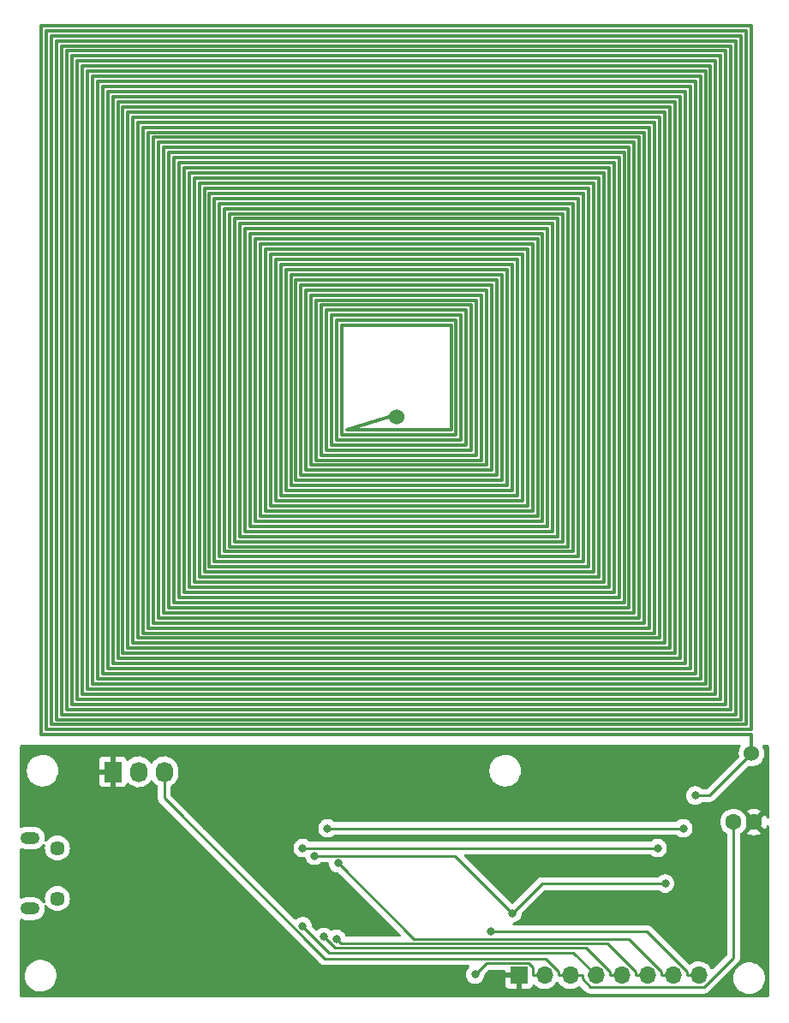
<source format=gbl>
%TF.GenerationSoftware,KiCad,Pcbnew,(6.0.7)*%
%TF.CreationDate,2022-10-30T14:33:08-06:00*%
%TF.ProjectId,attiny_rfid_light,61747469-6e79-45f7-9266-69645f6c6967,rev?*%
%TF.SameCoordinates,Original*%
%TF.FileFunction,Copper,L2,Bot*%
%TF.FilePolarity,Positive*%
%FSLAX46Y46*%
G04 Gerber Fmt 4.6, Leading zero omitted, Abs format (unit mm)*
G04 Created by KiCad (PCBNEW (6.0.7)) date 2022-10-30 14:33:08*
%MOMM*%
%LPD*%
G01*
G04 APERTURE LIST*
%TA.AperFunction,EtchedComponent*%
%ADD10C,0.300000*%
%TD*%
%TA.AperFunction,ComponentPad*%
%ADD11O,1.900000X1.200000*%
%TD*%
%TA.AperFunction,ComponentPad*%
%ADD12C,1.450000*%
%TD*%
%TA.AperFunction,ComponentPad*%
%ADD13R,1.730000X2.030000*%
%TD*%
%TA.AperFunction,ComponentPad*%
%ADD14O,1.730000X2.030000*%
%TD*%
%TA.AperFunction,SMDPad,CuDef*%
%ADD15C,1.524000*%
%TD*%
%TA.AperFunction,ComponentPad*%
%ADD16C,1.524000*%
%TD*%
%TA.AperFunction,ComponentPad*%
%ADD17C,1.600000*%
%TD*%
%TA.AperFunction,ComponentPad*%
%ADD18R,1.700000X1.700000*%
%TD*%
%TA.AperFunction,ComponentPad*%
%ADD19O,1.700000X1.700000*%
%TD*%
%TA.AperFunction,ViaPad*%
%ADD20C,0.800000*%
%TD*%
%TA.AperFunction,Conductor*%
%ADD21C,0.250000*%
%TD*%
G04 APERTURE END LIST*
D10*
X84068000Y-73977800D02*
X84068000Y-112948800D01*
X112476000Y-101882800D02*
X112476000Y-84540800D01*
X136117000Y-125523800D02*
X136117000Y-60899800D01*
X88092000Y-108924800D02*
X119518000Y-108924800D01*
X72499000Y-62408800D02*
X72499000Y-124517800D01*
X97146000Y-99870800D02*
X110464000Y-99870800D01*
X115494000Y-81522800D02*
X91613000Y-81522800D01*
X110464000Y-86552800D02*
X96643000Y-86552800D01*
X92116000Y-82025800D02*
X92116000Y-104900800D01*
X84571000Y-112445800D02*
X123039000Y-112445800D01*
X94631000Y-84540800D02*
X94631000Y-102385800D01*
X137123000Y-126529800D02*
X137123000Y-59893800D01*
X114991000Y-104397800D02*
X114991000Y-82025800D01*
X120021000Y-109427800D02*
X120021000Y-76995800D01*
X134608000Y-124014800D02*
X134608000Y-62408800D01*
X113985000Y-83031800D02*
X93122000Y-83031800D01*
X110967000Y-100373800D02*
X110967000Y-86049800D01*
X109961000Y-87055800D02*
X97146000Y-87055800D01*
X127566000Y-69450800D02*
X79541000Y-69450800D01*
X98655000Y-98361800D02*
X102791500Y-97133234D01*
X114488000Y-82528800D02*
X92619000Y-82528800D01*
X123542000Y-112948800D02*
X123542000Y-73474800D01*
X83062000Y-113954800D02*
X124548000Y-113954800D01*
X132093000Y-121499800D02*
X132093000Y-64923800D01*
X136620000Y-126026800D02*
X136620000Y-60396800D01*
X95637000Y-101379800D02*
X111973000Y-101379800D01*
X133602000Y-123008800D02*
X133602000Y-63414800D01*
X121027000Y-75989800D02*
X86080000Y-75989800D01*
X134105000Y-62911800D02*
X73002000Y-62911800D01*
X76020000Y-65929800D02*
X76020000Y-120996800D01*
X69481000Y-127535800D02*
X138129000Y-127535800D01*
X69984000Y-59893800D02*
X69984000Y-127032800D01*
X109961000Y-99367800D02*
X109961000Y-87055800D01*
X73505000Y-123511800D02*
X134105000Y-123511800D01*
X137123000Y-59893800D02*
X69984000Y-59893800D01*
X71996000Y-61905800D02*
X71996000Y-125020800D01*
X119518000Y-108924800D02*
X119518000Y-77498800D01*
X80547000Y-116469800D02*
X127063000Y-116469800D01*
X121530000Y-75486800D02*
X85577000Y-75486800D01*
X70487000Y-60396800D02*
X70487000Y-126529800D01*
X72499000Y-124517800D02*
X135111000Y-124517800D01*
X125554000Y-71462800D02*
X81553000Y-71462800D01*
X116500000Y-105906800D02*
X116500000Y-80516800D01*
X128572000Y-117978800D02*
X128572000Y-68444800D01*
X87589000Y-109427800D02*
X120021000Y-109427800D01*
X73505000Y-63414800D02*
X73505000Y-123511800D01*
X112979000Y-102385800D02*
X112979000Y-84037800D01*
X112979000Y-84037800D02*
X94128000Y-84037800D01*
X74511000Y-122505800D02*
X133099000Y-122505800D01*
X126560000Y-115966800D02*
X126560000Y-70456800D01*
X138129000Y-127535800D02*
X138129000Y-58887800D01*
X88595000Y-108421800D02*
X119015000Y-108421800D01*
X97146000Y-87055800D02*
X97146000Y-99870800D01*
X81050000Y-115966800D02*
X126560000Y-115966800D01*
X124548000Y-72468800D02*
X82559000Y-72468800D01*
X125554000Y-114960800D02*
X125554000Y-71462800D01*
X90104000Y-106912800D02*
X117506000Y-106912800D01*
X98152000Y-88061800D02*
X98152000Y-98864800D01*
X137626000Y-127032800D02*
X137626000Y-59390800D01*
X121530000Y-110936800D02*
X121530000Y-75486800D01*
X113482000Y-102888800D02*
X113482000Y-83534800D01*
X74008000Y-63917800D02*
X74008000Y-123008800D01*
X70487000Y-126529800D02*
X137123000Y-126529800D01*
X94128000Y-84037800D02*
X94128000Y-102888800D01*
X78535000Y-68444800D02*
X78535000Y-118481800D01*
X94128000Y-102888800D02*
X113482000Y-102888800D01*
X134608000Y-62408800D02*
X72499000Y-62408800D01*
X122536000Y-111942800D02*
X122536000Y-74480800D01*
X86583000Y-76492800D02*
X86583000Y-110433800D01*
X78535000Y-118481800D02*
X129075000Y-118481800D01*
X89098000Y-79007800D02*
X89098000Y-107918800D01*
X78032000Y-118984800D02*
X129578000Y-118984800D01*
X79038000Y-68947800D02*
X79038000Y-117978800D01*
X74511000Y-64420800D02*
X74511000Y-122505800D01*
X68978000Y-128038800D02*
X138632000Y-128038800D01*
X73002000Y-62911800D02*
X73002000Y-124014800D01*
X79541000Y-69450800D02*
X79541000Y-117475800D01*
X119015000Y-108421800D02*
X119015000Y-78001800D01*
X128572000Y-68444800D02*
X78535000Y-68444800D01*
X111973000Y-85043800D02*
X95134000Y-85043800D01*
X75517000Y-65426800D02*
X75517000Y-121499800D01*
X97649000Y-87558800D02*
X97649000Y-99367800D01*
X115997000Y-81019800D02*
X91110000Y-81019800D01*
X114488000Y-103894800D02*
X114488000Y-82528800D01*
X137626000Y-59390800D02*
X69481000Y-59390800D01*
X122536000Y-74480800D02*
X84571000Y-74480800D01*
X113482000Y-83534800D02*
X93625000Y-83534800D01*
X136117000Y-60899800D02*
X70990000Y-60899800D01*
X133602000Y-63414800D02*
X73505000Y-63414800D01*
X82559000Y-72468800D02*
X82559000Y-114457800D01*
X83565000Y-73474800D02*
X83565000Y-113451800D01*
X88092000Y-78001800D02*
X88092000Y-108924800D01*
X90607000Y-80516800D02*
X90607000Y-106409800D01*
X130081000Y-119487800D02*
X130081000Y-66935800D01*
X128069000Y-117475800D02*
X128069000Y-68947800D01*
X71493000Y-125523800D02*
X136117000Y-125523800D01*
X92619000Y-82528800D02*
X92619000Y-104397800D01*
X124548000Y-113954800D02*
X124548000Y-72468800D01*
X133099000Y-122505800D02*
X133099000Y-63917800D01*
X79038000Y-117978800D02*
X128572000Y-117978800D01*
X86080000Y-110936800D02*
X121530000Y-110936800D01*
X129075000Y-67941800D02*
X78032000Y-67941800D01*
X119518000Y-77498800D02*
X87589000Y-77498800D01*
X136620000Y-60396800D02*
X70487000Y-60396800D01*
X122033000Y-111439800D02*
X122033000Y-74983800D01*
X111470000Y-85546800D02*
X95637000Y-85546800D01*
X126057000Y-70959800D02*
X81050000Y-70959800D01*
X121027000Y-110433800D02*
X121027000Y-75989800D01*
X81553000Y-115463800D02*
X126057000Y-115463800D01*
X132596000Y-64420800D02*
X74511000Y-64420800D01*
X80547000Y-70456800D02*
X80547000Y-116469800D01*
X84571000Y-74480800D02*
X84571000Y-112445800D01*
X89601000Y-107415800D02*
X118009000Y-107415800D01*
X83062000Y-72971800D02*
X83062000Y-113954800D01*
X124045000Y-72971800D02*
X83062000Y-72971800D01*
X126560000Y-70456800D02*
X80547000Y-70456800D01*
X93625000Y-83534800D02*
X93625000Y-103391800D01*
X87086000Y-109930800D02*
X120524000Y-109930800D01*
X95637000Y-85546800D02*
X95637000Y-101379800D01*
X138632000Y-58384800D02*
X68475000Y-58384800D01*
X131087000Y-65929800D02*
X76020000Y-65929800D01*
X120524000Y-109930800D02*
X120524000Y-76492800D01*
X93625000Y-103391800D02*
X113985000Y-103391800D01*
X68475000Y-58384800D02*
X68475000Y-128541800D01*
X85074000Y-111942800D02*
X122536000Y-111942800D01*
X87589000Y-77498800D02*
X87589000Y-109427800D01*
X134105000Y-123511800D02*
X134105000Y-62911800D01*
X127063000Y-116469800D02*
X127063000Y-69953800D01*
X82056000Y-114960800D02*
X125554000Y-114960800D01*
X91110000Y-81019800D02*
X91110000Y-105906800D01*
X132093000Y-64923800D02*
X75014000Y-64923800D01*
X130584000Y-119990800D02*
X130584000Y-66432800D01*
X80044000Y-116972800D02*
X127566000Y-116972800D01*
X94631000Y-102385800D02*
X112979000Y-102385800D01*
X130584000Y-66432800D02*
X76523000Y-66432800D01*
X93122000Y-103894800D02*
X114488000Y-103894800D01*
X111973000Y-101379800D02*
X111973000Y-85043800D01*
X68978000Y-58887800D02*
X68978000Y-128038800D01*
X118009000Y-107415800D02*
X118009000Y-79007800D01*
X77529000Y-119487800D02*
X130081000Y-119487800D01*
X78032000Y-67941800D02*
X78032000Y-118984800D01*
X83565000Y-113451800D02*
X124045000Y-113451800D01*
X133099000Y-63917800D02*
X74008000Y-63917800D01*
X73002000Y-124014800D02*
X134608000Y-124014800D01*
X89098000Y-107918800D02*
X118512000Y-107918800D01*
X131590000Y-65426800D02*
X75517000Y-65426800D01*
X135111000Y-124517800D02*
X135111000Y-61905800D01*
X131590000Y-120996800D02*
X131590000Y-65426800D01*
X81050000Y-70959800D02*
X81050000Y-115966800D01*
X75014000Y-122002800D02*
X132596000Y-122002800D01*
X96643000Y-100373800D02*
X110967000Y-100373800D01*
X76523000Y-66432800D02*
X76523000Y-120493800D01*
X85074000Y-74983800D02*
X85074000Y-111942800D01*
X86583000Y-110433800D02*
X121027000Y-110433800D01*
X124045000Y-113451800D02*
X124045000Y-72971800D01*
X113985000Y-103391800D02*
X113985000Y-83031800D01*
X77529000Y-67438800D02*
X77529000Y-119487800D01*
X76020000Y-120996800D02*
X131590000Y-120996800D01*
X92619000Y-104397800D02*
X114991000Y-104397800D01*
X79541000Y-117475800D02*
X128069000Y-117475800D01*
X118009000Y-79007800D02*
X89098000Y-79007800D01*
X96643000Y-86552800D02*
X96643000Y-100373800D01*
X95134000Y-85043800D02*
X95134000Y-101882800D01*
X112476000Y-84540800D02*
X94631000Y-84540800D01*
X93122000Y-83031800D02*
X93122000Y-103894800D01*
X81553000Y-71462800D02*
X81553000Y-115463800D01*
X97649000Y-99367800D02*
X109961000Y-99367800D01*
X138628120Y-128541800D02*
X138628120Y-130052194D01*
X85577000Y-75486800D02*
X85577000Y-111439800D01*
X80044000Y-69953800D02*
X80044000Y-116972800D01*
X71493000Y-61402800D02*
X71493000Y-125523800D01*
X123039000Y-73977800D02*
X84068000Y-73977800D01*
X98152000Y-98864800D02*
X109458000Y-98864800D01*
X115997000Y-105403800D02*
X115997000Y-81019800D01*
X86080000Y-75989800D02*
X86080000Y-110936800D01*
X71996000Y-125020800D02*
X135614000Y-125020800D01*
X108955000Y-98361800D02*
X108955000Y-88061800D01*
X69984000Y-127032800D02*
X137626000Y-127032800D01*
X130081000Y-66935800D02*
X77026000Y-66935800D01*
X116500000Y-80516800D02*
X90607000Y-80516800D01*
X90607000Y-106409800D02*
X117003000Y-106409800D01*
X77026000Y-119990800D02*
X130584000Y-119990800D01*
X128069000Y-68947800D02*
X79038000Y-68947800D01*
X138632000Y-128038800D02*
X138632000Y-58384800D01*
X91110000Y-105906800D02*
X116500000Y-105906800D01*
X122033000Y-74983800D02*
X85074000Y-74983800D01*
X90104000Y-80013800D02*
X90104000Y-106912800D01*
X129578000Y-67438800D02*
X77529000Y-67438800D01*
X110967000Y-86049800D02*
X96140000Y-86049800D01*
X114991000Y-82025800D02*
X92116000Y-82025800D01*
X82056000Y-71965800D02*
X82056000Y-114960800D01*
X118512000Y-78504800D02*
X88595000Y-78504800D01*
X119015000Y-78001800D02*
X88092000Y-78001800D01*
X75517000Y-121499800D02*
X132093000Y-121499800D01*
X69481000Y-59390800D02*
X69481000Y-127535800D01*
X95134000Y-101882800D02*
X112476000Y-101882800D01*
X88595000Y-78504800D02*
X88595000Y-108421800D01*
X117506000Y-79510800D02*
X89601000Y-79510800D01*
X89601000Y-79510800D02*
X89601000Y-107415800D01*
X91613000Y-105403800D02*
X115997000Y-105403800D01*
X117003000Y-106409800D02*
X117003000Y-80013800D01*
X91613000Y-81522800D02*
X91613000Y-105403800D01*
X70990000Y-60899800D02*
X70990000Y-126026800D01*
X126057000Y-115463800D02*
X126057000Y-70959800D01*
X117003000Y-80013800D02*
X90104000Y-80013800D01*
X109458000Y-87558800D02*
X97649000Y-87558800D01*
X135614000Y-61402800D02*
X71493000Y-61402800D01*
X70990000Y-126026800D02*
X136620000Y-126026800D01*
X87086000Y-76995800D02*
X87086000Y-109930800D01*
X110464000Y-99870800D02*
X110464000Y-86552800D01*
X125051000Y-71965800D02*
X82056000Y-71965800D01*
X123039000Y-112445800D02*
X123039000Y-73977800D01*
X123542000Y-73474800D02*
X83565000Y-73474800D01*
X111470000Y-100876800D02*
X111470000Y-85546800D01*
X135614000Y-125020800D02*
X135614000Y-61402800D01*
X129578000Y-118984800D02*
X129578000Y-67438800D01*
X84068000Y-112948800D02*
X123542000Y-112948800D01*
X96140000Y-100876800D02*
X111470000Y-100876800D01*
X127566000Y-116972800D02*
X127566000Y-69450800D01*
X118512000Y-107918800D02*
X118512000Y-78504800D01*
X77026000Y-66935800D02*
X77026000Y-119990800D01*
X131087000Y-120493800D02*
X131087000Y-65929800D01*
X138129000Y-58887800D02*
X68978000Y-58887800D01*
X68475000Y-128541800D02*
X138632000Y-128541800D01*
X132596000Y-122002800D02*
X132596000Y-64420800D01*
X127063000Y-69953800D02*
X80044000Y-69953800D01*
X82559000Y-114457800D02*
X125051000Y-114457800D01*
X125051000Y-114457800D02*
X125051000Y-71965800D01*
X76523000Y-120493800D02*
X131087000Y-120493800D01*
X120524000Y-76492800D02*
X86583000Y-76492800D01*
X129075000Y-118481800D02*
X129075000Y-67941800D01*
X117506000Y-106912800D02*
X117506000Y-79510800D01*
X108955000Y-88061800D02*
X98152000Y-88061800D01*
X96140000Y-86049800D02*
X96140000Y-100876800D01*
X74008000Y-123008800D02*
X133602000Y-123008800D01*
X120021000Y-76995800D02*
X87086000Y-76995800D01*
X135111000Y-61905800D02*
X71996000Y-61905800D01*
X98655000Y-98361800D02*
X108955000Y-98361800D01*
X75014000Y-64923800D02*
X75014000Y-122002800D01*
X85577000Y-111439800D02*
X122033000Y-111439800D01*
X115494000Y-104900800D02*
X115494000Y-81522800D01*
X109458000Y-98864800D02*
X109458000Y-87558800D01*
X92116000Y-104900800D02*
X115494000Y-104900800D01*
D11*
X67342500Y-138740000D03*
D12*
X70042500Y-139740000D03*
D11*
X67342500Y-145740000D03*
D12*
X70042500Y-144740000D03*
D13*
X75542400Y-132194400D03*
D14*
X78082400Y-132194400D03*
X80622400Y-132194400D03*
D15*
X138658783Y-130381698D03*
D16*
X103553500Y-97133234D03*
D17*
X136881100Y-137160000D03*
X138881100Y-137160000D03*
D18*
X115658600Y-152313700D03*
D19*
X118198600Y-152313700D03*
X120738600Y-152313700D03*
X123278600Y-152313700D03*
X125818600Y-152313700D03*
X128358600Y-152313700D03*
X130898600Y-152313700D03*
X133438600Y-152313700D03*
D20*
X78524520Y-153672079D03*
X72173574Y-131373204D03*
X139324260Y-147358061D03*
X139433155Y-140759028D03*
X138736228Y-133375952D03*
X135577050Y-131302714D03*
X132432350Y-148923017D03*
X120702120Y-135894974D03*
X113264655Y-135495647D03*
X106680000Y-152400000D03*
X99060000Y-152400000D03*
X109220000Y-132080000D03*
X91440000Y-134620000D03*
X88900000Y-134620000D03*
X86360000Y-144780000D03*
X88900000Y-149860000D03*
X86360000Y-149860000D03*
X78740000Y-137160000D03*
X73660000Y-137160000D03*
X73660000Y-149860000D03*
X71120000Y-149860000D03*
X71120000Y-137160000D03*
X111335600Y-152249800D03*
X131913500Y-137782000D03*
X96743200Y-137782000D03*
X133095000Y-134540000D03*
X129373500Y-139738400D03*
X94294400Y-139738400D03*
X96392100Y-148534100D03*
X97647100Y-148710800D03*
X97785800Y-141241500D03*
X95461300Y-140498600D03*
X115009700Y-146205500D03*
X130123400Y-143247600D03*
X112930300Y-147991000D03*
X94288500Y-147457700D03*
D21*
X117023300Y-151518300D02*
X116643400Y-151138400D01*
X118198600Y-152313700D02*
X117023300Y-152313700D01*
X116643400Y-151138400D02*
X112447000Y-151138400D01*
X117023300Y-152313700D02*
X117023300Y-151518300D01*
X112447000Y-151138400D02*
X111335600Y-152249800D01*
X122730700Y-153497800D02*
X133957700Y-153497800D01*
X121326300Y-152313700D02*
X121913900Y-152313700D01*
X119563300Y-151946400D02*
X119563300Y-152313700D01*
X121326300Y-152313700D02*
X120738600Y-152313700D01*
X121913900Y-152681000D02*
X122730700Y-153497800D01*
X121913900Y-152313700D02*
X121913900Y-152681000D01*
X136881100Y-150574400D02*
X136881100Y-137160000D01*
X80622400Y-134817300D02*
X96493200Y-150688100D01*
X80622400Y-132194400D02*
X80622400Y-134817300D01*
X118305000Y-150688100D02*
X119563300Y-151946400D01*
X96493200Y-150688100D02*
X118305000Y-150688100D01*
X133957700Y-153497800D02*
X136881100Y-150574400D01*
X120738600Y-152313700D02*
X119563300Y-152313700D01*
X131913500Y-137782000D02*
X96743200Y-137782000D01*
X133095000Y-134540000D02*
X134500500Y-134540000D01*
X134500500Y-134540000D02*
X138658800Y-130381700D01*
X94294400Y-139738400D02*
X129373500Y-139738400D01*
X125818600Y-152313700D02*
X124643300Y-152313700D01*
X124643300Y-151946400D02*
X122314000Y-149617100D01*
X124643300Y-152313700D02*
X124643300Y-151946400D01*
X122314000Y-149617100D02*
X97475100Y-149617100D01*
X97475100Y-149617100D02*
X96392100Y-148534100D01*
X127183300Y-151946400D02*
X124403700Y-149166800D01*
X98103100Y-149166800D02*
X97647100Y-148710800D01*
X128358600Y-152313700D02*
X127183300Y-152313700D01*
X127183300Y-152313700D02*
X127183300Y-151946400D01*
X124403700Y-149166800D02*
X98103100Y-149166800D01*
X105260700Y-148716400D02*
X97785800Y-141241500D01*
X130898600Y-152313700D02*
X129723300Y-152313700D01*
X126493300Y-148716400D02*
X105260700Y-148716400D01*
X129723300Y-151946400D02*
X126493300Y-148716400D01*
X129723300Y-152313700D02*
X129723300Y-151946400D01*
X109302800Y-140498600D02*
X95461300Y-140498600D01*
X117967600Y-143247600D02*
X115009700Y-146205500D01*
X130123400Y-143247600D02*
X117967600Y-143247600D01*
X115009700Y-146205500D02*
X109302800Y-140498600D01*
X128307900Y-147991000D02*
X112930300Y-147991000D01*
X132263300Y-152313700D02*
X132263300Y-151946400D01*
X132263300Y-151946400D02*
X128307900Y-147991000D01*
X133438600Y-152313700D02*
X132263300Y-152313700D01*
X121032400Y-150067500D02*
X123278600Y-152313700D01*
X96898300Y-150067500D02*
X121032400Y-150067500D01*
X94288500Y-147457700D02*
X96898300Y-150067500D01*
%TA.AperFunction,Conductor*%
G36*
X140316225Y-129550402D02*
G01*
X140362725Y-129604052D01*
X140374118Y-129656409D01*
X140374118Y-136721229D01*
X140354116Y-136789350D01*
X140300460Y-136835843D01*
X140230186Y-136845947D01*
X140165606Y-136816453D01*
X140126411Y-136753840D01*
X140116336Y-136716239D01*
X140112590Y-136705947D01*
X140020514Y-136508489D01*
X140015031Y-136498994D01*
X139978591Y-136446952D01*
X139968112Y-136438576D01*
X139954666Y-136445644D01*
X139253122Y-137147188D01*
X139245508Y-137161132D01*
X139245639Y-137162965D01*
X139249890Y-137169580D01*
X139955387Y-137875077D01*
X139967162Y-137881507D01*
X139979177Y-137872211D01*
X140015031Y-137821006D01*
X140020514Y-137811511D01*
X140112590Y-137614053D01*
X140116336Y-137603761D01*
X140126411Y-137566160D01*
X140163363Y-137505537D01*
X140227224Y-137474516D01*
X140297718Y-137482944D01*
X140352465Y-137528147D01*
X140374118Y-137598771D01*
X140374118Y-154381809D01*
X140354116Y-154449930D01*
X140300460Y-154496423D01*
X140248118Y-154507809D01*
X66485277Y-154507809D01*
X66417156Y-154487807D01*
X66370663Y-154434151D01*
X66359277Y-154381809D01*
X66359277Y-152413221D01*
X66837857Y-152413221D01*
X66838438Y-152418241D01*
X66838438Y-152418245D01*
X66851183Y-152528388D01*
X66866683Y-152662352D01*
X66868062Y-152667226D01*
X66868063Y-152667230D01*
X66927827Y-152878431D01*
X66934969Y-152903670D01*
X66937103Y-152908245D01*
X66937105Y-152908252D01*
X67038822Y-153126384D01*
X67040959Y-153130966D01*
X67043801Y-153135147D01*
X67043801Y-153135148D01*
X67179080Y-153334205D01*
X67179083Y-153334209D01*
X67181926Y-153338392D01*
X67185403Y-153342069D01*
X67185404Y-153342070D01*
X67285713Y-153448144D01*
X67354242Y-153520612D01*
X67358268Y-153523690D01*
X67358269Y-153523691D01*
X67549456Y-153669865D01*
X67549460Y-153669868D01*
X67553476Y-153672938D01*
X67774501Y-153791450D01*
X67779282Y-153793096D01*
X67779286Y-153793098D01*
X68005013Y-153870822D01*
X68011631Y-153873101D01*
X68109739Y-153890047D01*
X68254855Y-153915113D01*
X68254861Y-153915114D01*
X68258765Y-153915788D01*
X68262726Y-153915968D01*
X68262727Y-153915968D01*
X68287406Y-153917089D01*
X68287425Y-153917089D01*
X68288825Y-153917153D01*
X68463490Y-153917153D01*
X68465998Y-153916951D01*
X68466003Y-153916951D01*
X68645419Y-153902516D01*
X68645424Y-153902515D01*
X68650460Y-153902110D01*
X68655368Y-153900905D01*
X68655371Y-153900904D01*
X68889100Y-153843494D01*
X68894014Y-153842287D01*
X68898666Y-153840312D01*
X68898670Y-153840311D01*
X69120216Y-153746270D01*
X69120217Y-153746270D01*
X69124871Y-153744294D01*
X69268917Y-153653584D01*
X69332809Y-153613349D01*
X69332810Y-153613348D01*
X69337090Y-153610653D01*
X69525213Y-153444800D01*
X69684399Y-153251004D01*
X69709213Y-153208369D01*
X114300601Y-153208369D01*
X114300971Y-153215190D01*
X114306495Y-153266052D01*
X114310121Y-153281304D01*
X114355276Y-153401754D01*
X114363814Y-153417349D01*
X114440315Y-153519424D01*
X114452876Y-153531985D01*
X114554951Y-153608486D01*
X114570546Y-153617024D01*
X114690994Y-153662178D01*
X114706249Y-153665805D01*
X114757114Y-153671331D01*
X114763928Y-153671700D01*
X115386485Y-153671700D01*
X115401724Y-153667225D01*
X115402929Y-153665835D01*
X115404600Y-153658152D01*
X115404600Y-152585815D01*
X115400125Y-152570576D01*
X115398735Y-152569371D01*
X115391052Y-152567700D01*
X114318716Y-152567700D01*
X114303477Y-152572175D01*
X114302272Y-152573565D01*
X114300601Y-152581248D01*
X114300601Y-153208369D01*
X69709213Y-153208369D01*
X69810553Y-153034249D01*
X69815757Y-153020694D01*
X69898618Y-152804834D01*
X69900430Y-152800114D01*
X69901496Y-152795014D01*
X69950681Y-152559574D01*
X69951716Y-152554620D01*
X69952908Y-152528388D01*
X69958137Y-152413221D01*
X69963093Y-152304085D01*
X69959567Y-152273606D01*
X69934849Y-152059987D01*
X69934267Y-152054954D01*
X69897056Y-151923451D01*
X69867359Y-151818505D01*
X69867358Y-151818503D01*
X69865981Y-151813636D01*
X69863847Y-151809061D01*
X69863845Y-151809054D01*
X69762128Y-151590922D01*
X69762126Y-151590918D01*
X69759991Y-151586340D01*
X69734979Y-151549536D01*
X69621870Y-151383101D01*
X69621867Y-151383097D01*
X69619024Y-151378914D01*
X69552153Y-151308199D01*
X69450188Y-151200374D01*
X69446708Y-151196694D01*
X69406889Y-151166250D01*
X69251494Y-151047441D01*
X69251490Y-151047438D01*
X69247474Y-151044368D01*
X69026449Y-150925856D01*
X69021668Y-150924210D01*
X69021664Y-150924208D01*
X68794108Y-150845854D01*
X68789319Y-150844205D01*
X68685786Y-150826322D01*
X68546095Y-150802193D01*
X68546089Y-150802192D01*
X68542185Y-150801518D01*
X68538224Y-150801338D01*
X68538223Y-150801338D01*
X68513544Y-150800217D01*
X68513525Y-150800217D01*
X68512125Y-150800153D01*
X68337460Y-150800153D01*
X68334952Y-150800355D01*
X68334947Y-150800355D01*
X68155531Y-150814790D01*
X68155526Y-150814791D01*
X68150490Y-150815196D01*
X68145582Y-150816401D01*
X68145579Y-150816402D01*
X67994907Y-150853411D01*
X67906936Y-150875019D01*
X67902284Y-150876994D01*
X67902280Y-150876995D01*
X67714906Y-150956531D01*
X67676079Y-150973012D01*
X67582719Y-151031804D01*
X67473563Y-151100543D01*
X67463860Y-151106653D01*
X67275737Y-151272506D01*
X67116551Y-151466302D01*
X66990397Y-151683057D01*
X66988584Y-151687780D01*
X66988583Y-151687782D01*
X66965843Y-151747021D01*
X66900520Y-151917192D01*
X66899487Y-151922138D01*
X66899485Y-151922144D01*
X66871098Y-152058029D01*
X66849234Y-152162686D01*
X66849005Y-152167735D01*
X66849004Y-152167741D01*
X66846001Y-152233874D01*
X66837857Y-152413221D01*
X66359277Y-152413221D01*
X66359277Y-146866574D01*
X66379279Y-146798453D01*
X66432935Y-146751960D01*
X66503209Y-146741856D01*
X66532373Y-146749707D01*
X66676237Y-146807686D01*
X66883837Y-146848228D01*
X66889399Y-146848500D01*
X67745346Y-146848500D01*
X67903066Y-146833452D01*
X68106034Y-146773908D01*
X68148649Y-146751960D01*
X68288749Y-146679804D01*
X68288752Y-146679802D01*
X68294080Y-146677058D01*
X68460420Y-146546396D01*
X68464352Y-146541865D01*
X68464355Y-146541862D01*
X68595121Y-146391167D01*
X68599052Y-146386637D01*
X68602052Y-146381451D01*
X68602055Y-146381447D01*
X68701967Y-146208742D01*
X68704973Y-146203546D01*
X68774361Y-146003729D01*
X68789225Y-145901216D01*
X68803852Y-145800336D01*
X68803852Y-145800333D01*
X68804713Y-145794396D01*
X68794933Y-145583101D01*
X68776509Y-145506653D01*
X68779994Y-145435742D01*
X68821263Y-145377972D01*
X68887214Y-145351685D01*
X68956907Y-145365226D01*
X69002215Y-145404861D01*
X69093975Y-145535907D01*
X69246593Y-145688525D01*
X69423394Y-145812323D01*
X69428376Y-145814646D01*
X69428381Y-145814649D01*
X69614025Y-145901216D01*
X69619007Y-145903539D01*
X69624315Y-145904961D01*
X69624317Y-145904962D01*
X69822172Y-145957977D01*
X69822174Y-145957977D01*
X69827487Y-145959401D01*
X70042500Y-145978212D01*
X70257513Y-145959401D01*
X70262826Y-145957977D01*
X70262828Y-145957977D01*
X70460683Y-145904962D01*
X70460685Y-145904961D01*
X70465993Y-145903539D01*
X70470975Y-145901216D01*
X70656619Y-145814649D01*
X70656624Y-145814646D01*
X70661606Y-145812323D01*
X70838407Y-145688525D01*
X70991025Y-145535907D01*
X71114823Y-145359106D01*
X71117146Y-145354124D01*
X71117149Y-145354119D01*
X71203716Y-145168475D01*
X71203717Y-145168474D01*
X71206039Y-145163493D01*
X71209506Y-145150556D01*
X71260477Y-144960328D01*
X71260477Y-144960326D01*
X71261901Y-144955013D01*
X71280712Y-144740000D01*
X71261901Y-144524987D01*
X71206039Y-144316507D01*
X71131240Y-144156100D01*
X71117149Y-144125881D01*
X71117146Y-144125876D01*
X71114823Y-144120894D01*
X70991025Y-143944093D01*
X70838407Y-143791475D01*
X70820343Y-143778826D01*
X70760594Y-143736990D01*
X70661606Y-143667677D01*
X70656624Y-143665354D01*
X70656619Y-143665351D01*
X70470975Y-143578784D01*
X70470974Y-143578783D01*
X70465993Y-143576461D01*
X70460685Y-143575039D01*
X70460683Y-143575038D01*
X70262828Y-143522023D01*
X70262826Y-143522023D01*
X70257513Y-143520599D01*
X70042500Y-143501788D01*
X69827487Y-143520599D01*
X69822174Y-143522023D01*
X69822172Y-143522023D01*
X69624317Y-143575038D01*
X69624315Y-143575039D01*
X69619007Y-143576461D01*
X69614026Y-143578783D01*
X69614025Y-143578784D01*
X69428381Y-143665351D01*
X69428376Y-143665354D01*
X69423394Y-143667677D01*
X69324406Y-143736990D01*
X69264658Y-143778826D01*
X69246593Y-143791475D01*
X69093975Y-143944093D01*
X68970177Y-144120894D01*
X68967854Y-144125876D01*
X68967851Y-144125881D01*
X68953760Y-144156100D01*
X68878961Y-144316507D01*
X68823099Y-144524987D01*
X68804288Y-144740000D01*
X68823099Y-144955013D01*
X68824523Y-144960326D01*
X68824523Y-144960328D01*
X68840722Y-145020784D01*
X68839032Y-145091761D01*
X68799238Y-145150556D01*
X68733973Y-145178504D01*
X68663960Y-145166730D01*
X68616245Y-145126295D01*
X68591749Y-145091761D01*
X68535446Y-145012389D01*
X68382650Y-144866119D01*
X68204952Y-144751380D01*
X68106314Y-144711628D01*
X68014332Y-144674558D01*
X68014329Y-144674557D01*
X68008763Y-144672314D01*
X67801163Y-144631772D01*
X67795601Y-144631500D01*
X66939654Y-144631500D01*
X66781934Y-144646548D01*
X66578966Y-144706092D01*
X66542967Y-144724633D01*
X66473251Y-144738041D01*
X66407350Y-144711628D01*
X66366191Y-144653780D01*
X66359277Y-144612616D01*
X66359277Y-139866574D01*
X66379279Y-139798453D01*
X66432935Y-139751960D01*
X66503209Y-139741856D01*
X66532373Y-139749707D01*
X66676237Y-139807686D01*
X66883837Y-139848228D01*
X66889399Y-139848500D01*
X67745346Y-139848500D01*
X67903066Y-139833452D01*
X68106034Y-139773908D01*
X68148649Y-139751960D01*
X68288749Y-139679804D01*
X68288752Y-139679802D01*
X68294080Y-139677058D01*
X68460420Y-139546396D01*
X68464352Y-139541865D01*
X68464355Y-139541862D01*
X68595121Y-139391167D01*
X68599052Y-139386637D01*
X68607814Y-139371492D01*
X68659241Y-139322545D01*
X68728967Y-139309172D01*
X68794854Y-139335619D01*
X68835983Y-139393489D01*
X68838582Y-139467203D01*
X68824524Y-139519665D01*
X68824523Y-139519672D01*
X68823099Y-139524987D01*
X68804288Y-139740000D01*
X68823099Y-139955013D01*
X68878961Y-140163493D01*
X68881283Y-140168474D01*
X68881284Y-140168475D01*
X68967851Y-140354119D01*
X68967854Y-140354124D01*
X68970177Y-140359106D01*
X69093975Y-140535907D01*
X69246593Y-140688525D01*
X69251101Y-140691682D01*
X69251104Y-140691684D01*
X69324406Y-140743010D01*
X69423394Y-140812323D01*
X69428376Y-140814646D01*
X69428381Y-140814649D01*
X69614025Y-140901216D01*
X69619007Y-140903539D01*
X69624315Y-140904961D01*
X69624317Y-140904962D01*
X69822172Y-140957977D01*
X69822174Y-140957977D01*
X69827487Y-140959401D01*
X70042500Y-140978212D01*
X70257513Y-140959401D01*
X70262826Y-140957977D01*
X70262828Y-140957977D01*
X70460683Y-140904962D01*
X70460685Y-140904961D01*
X70465993Y-140903539D01*
X70470975Y-140901216D01*
X70656619Y-140814649D01*
X70656624Y-140814646D01*
X70661606Y-140812323D01*
X70760594Y-140743010D01*
X70833896Y-140691684D01*
X70833899Y-140691682D01*
X70838407Y-140688525D01*
X70991025Y-140535907D01*
X71114823Y-140359106D01*
X71117146Y-140354124D01*
X71117149Y-140354119D01*
X71203716Y-140168475D01*
X71203717Y-140168474D01*
X71206039Y-140163493D01*
X71261901Y-139955013D01*
X71280712Y-139740000D01*
X71261901Y-139524987D01*
X71206039Y-139316507D01*
X71155056Y-139207174D01*
X71117149Y-139125881D01*
X71117146Y-139125876D01*
X71114823Y-139120894D01*
X71015988Y-138979743D01*
X70994184Y-138948604D01*
X70994182Y-138948601D01*
X70991025Y-138944093D01*
X70838407Y-138791475D01*
X70661606Y-138667677D01*
X70656624Y-138665354D01*
X70656619Y-138665351D01*
X70470975Y-138578784D01*
X70470974Y-138578783D01*
X70465993Y-138576461D01*
X70460685Y-138575039D01*
X70460683Y-138575038D01*
X70262828Y-138522023D01*
X70262826Y-138522023D01*
X70257513Y-138520599D01*
X70042500Y-138501788D01*
X69827487Y-138520599D01*
X69822174Y-138522023D01*
X69822172Y-138522023D01*
X69624317Y-138575038D01*
X69624315Y-138575039D01*
X69619007Y-138576461D01*
X69614026Y-138578783D01*
X69614025Y-138578784D01*
X69428381Y-138665351D01*
X69428376Y-138665354D01*
X69423394Y-138667677D01*
X69246593Y-138791475D01*
X69093975Y-138944093D01*
X69090818Y-138948601D01*
X69090816Y-138948604D01*
X69069012Y-138979743D01*
X69007487Y-139067611D01*
X69005748Y-139070094D01*
X68950291Y-139114422D01*
X68879672Y-139121731D01*
X68816311Y-139089700D01*
X68780326Y-139028499D01*
X68777839Y-138979743D01*
X68803852Y-138800336D01*
X68803852Y-138800333D01*
X68804713Y-138794396D01*
X68794933Y-138583101D01*
X68759362Y-138435502D01*
X68746781Y-138383299D01*
X68746780Y-138383297D01*
X68745375Y-138377466D01*
X68657826Y-138184913D01*
X68535446Y-138012389D01*
X68382650Y-137866119D01*
X68204952Y-137751380D01*
X68106314Y-137711628D01*
X68014332Y-137674558D01*
X68014329Y-137674557D01*
X68008763Y-137672314D01*
X67801163Y-137631772D01*
X67795601Y-137631500D01*
X66939654Y-137631500D01*
X66781934Y-137646548D01*
X66578966Y-137706092D01*
X66542967Y-137724633D01*
X66473251Y-137738041D01*
X66407350Y-137711628D01*
X66366191Y-137653780D01*
X66359277Y-137612616D01*
X66359277Y-132134568D01*
X67017382Y-132134568D01*
X67046208Y-132383699D01*
X67047587Y-132388573D01*
X67047588Y-132388577D01*
X67113116Y-132620148D01*
X67114494Y-132625017D01*
X67116628Y-132629592D01*
X67116630Y-132629599D01*
X67197150Y-132802273D01*
X67220484Y-132852313D01*
X67223326Y-132856494D01*
X67223326Y-132856495D01*
X67358605Y-133055552D01*
X67358608Y-133055556D01*
X67361451Y-133059739D01*
X67364928Y-133063416D01*
X67364929Y-133063417D01*
X67465238Y-133169491D01*
X67533767Y-133241959D01*
X67537793Y-133245037D01*
X67537794Y-133245038D01*
X67728981Y-133391212D01*
X67728985Y-133391215D01*
X67733001Y-133394285D01*
X67954026Y-133512797D01*
X67958807Y-133514443D01*
X67958811Y-133514445D01*
X68118470Y-133569420D01*
X68191156Y-133594448D01*
X68294689Y-133612331D01*
X68434380Y-133636460D01*
X68434386Y-133636461D01*
X68438290Y-133637135D01*
X68442251Y-133637315D01*
X68442252Y-133637315D01*
X68466931Y-133638436D01*
X68466950Y-133638436D01*
X68468350Y-133638500D01*
X68643015Y-133638500D01*
X68645523Y-133638298D01*
X68645528Y-133638298D01*
X68824944Y-133623863D01*
X68824949Y-133623862D01*
X68829985Y-133623457D01*
X68834893Y-133622252D01*
X68834896Y-133622251D01*
X69068625Y-133564841D01*
X69073539Y-133563634D01*
X69078191Y-133561659D01*
X69078195Y-133561658D01*
X69299741Y-133467617D01*
X69299742Y-133467617D01*
X69304396Y-133465641D01*
X69516615Y-133332000D01*
X69605010Y-133254069D01*
X74169401Y-133254069D01*
X74169771Y-133260890D01*
X74175295Y-133311752D01*
X74178921Y-133327004D01*
X74224076Y-133447454D01*
X74232614Y-133463049D01*
X74309115Y-133565124D01*
X74321676Y-133577685D01*
X74423751Y-133654186D01*
X74439346Y-133662724D01*
X74559794Y-133707878D01*
X74575049Y-133711505D01*
X74625914Y-133717031D01*
X74632728Y-133717400D01*
X75270285Y-133717400D01*
X75285524Y-133712925D01*
X75286729Y-133711535D01*
X75288400Y-133703852D01*
X75288400Y-133699284D01*
X75796400Y-133699284D01*
X75800875Y-133714523D01*
X75802265Y-133715728D01*
X75809948Y-133717399D01*
X76452069Y-133717399D01*
X76458890Y-133717029D01*
X76509752Y-133711505D01*
X76525004Y-133707879D01*
X76645454Y-133662724D01*
X76661049Y-133654186D01*
X76763124Y-133577685D01*
X76775685Y-133565124D01*
X76852186Y-133463049D01*
X76860724Y-133447454D01*
X76896198Y-133352828D01*
X76938840Y-133296064D01*
X77005401Y-133271364D01*
X77074750Y-133286572D01*
X77105350Y-133310087D01*
X77165316Y-133372948D01*
X77165321Y-133372953D01*
X77169001Y-133376810D01*
X77356009Y-133515948D01*
X77360760Y-133518364D01*
X77360764Y-133518366D01*
X77383297Y-133529822D01*
X77563788Y-133621588D01*
X77786395Y-133690710D01*
X77791684Y-133691411D01*
X78012181Y-133720636D01*
X78012185Y-133720636D01*
X78017465Y-133721336D01*
X78022794Y-133721136D01*
X78022795Y-133721136D01*
X78117524Y-133717579D01*
X78250393Y-133712591D01*
X78478517Y-133664726D01*
X78483476Y-133662768D01*
X78483478Y-133662767D01*
X78660646Y-133592799D01*
X78695314Y-133579108D01*
X78879047Y-133467617D01*
X78890026Y-133460955D01*
X78890029Y-133460953D01*
X78894587Y-133458187D01*
X78965472Y-133396676D01*
X79066604Y-133308918D01*
X79066606Y-133308916D01*
X79070637Y-133305418D01*
X79125688Y-133238279D01*
X79215046Y-133129300D01*
X79215050Y-133129294D01*
X79218430Y-133125172D01*
X79243345Y-133081402D01*
X79294427Y-133032096D01*
X79364057Y-133018234D01*
X79430128Y-133044217D01*
X79457365Y-133073365D01*
X79548109Y-133208152D01*
X79551788Y-133212009D01*
X79551790Y-133212011D01*
X79591912Y-133254069D01*
X79709001Y-133376810D01*
X79896009Y-133515948D01*
X79900764Y-133518366D01*
X79900768Y-133518368D01*
X79920004Y-133528148D01*
X79971662Y-133576851D01*
X79988900Y-133640465D01*
X79988900Y-134738533D01*
X79988373Y-134749716D01*
X79986698Y-134757209D01*
X79986947Y-134765135D01*
X79986947Y-134765136D01*
X79988838Y-134825286D01*
X79988900Y-134829245D01*
X79988900Y-134857156D01*
X79989397Y-134861090D01*
X79989397Y-134861091D01*
X79989405Y-134861156D01*
X79990338Y-134872993D01*
X79991727Y-134917189D01*
X79997378Y-134936639D01*
X80001387Y-134956000D01*
X80003926Y-134976097D01*
X80006845Y-134983468D01*
X80006845Y-134983470D01*
X80020204Y-135017212D01*
X80024049Y-135028442D01*
X80034171Y-135063283D01*
X80036382Y-135070893D01*
X80040415Y-135077712D01*
X80040417Y-135077717D01*
X80046693Y-135088328D01*
X80055388Y-135106076D01*
X80062848Y-135124917D01*
X80067510Y-135131333D01*
X80067510Y-135131334D01*
X80088836Y-135160687D01*
X80095352Y-135170607D01*
X80097394Y-135174059D01*
X80117858Y-135208662D01*
X80132179Y-135222983D01*
X80145019Y-135238016D01*
X80156928Y-135254407D01*
X80163034Y-135259458D01*
X80191005Y-135282598D01*
X80199784Y-135290588D01*
X95989543Y-151080347D01*
X95997087Y-151088637D01*
X96001200Y-151095118D01*
X96006977Y-151100543D01*
X96050867Y-151141758D01*
X96053709Y-151144513D01*
X96073431Y-151164235D01*
X96076555Y-151166658D01*
X96076559Y-151166662D01*
X96076624Y-151166712D01*
X96085645Y-151174417D01*
X96117879Y-151204686D01*
X96124827Y-151208505D01*
X96124829Y-151208507D01*
X96135632Y-151214446D01*
X96152159Y-151225302D01*
X96161898Y-151232857D01*
X96161900Y-151232858D01*
X96168160Y-151237714D01*
X96208740Y-151255274D01*
X96219388Y-151260491D01*
X96235161Y-151269162D01*
X96258140Y-151281795D01*
X96265816Y-151283766D01*
X96265819Y-151283767D01*
X96277762Y-151286833D01*
X96296466Y-151293237D01*
X96299004Y-151294335D01*
X96315055Y-151301281D01*
X96322878Y-151302520D01*
X96322888Y-151302523D01*
X96358724Y-151308199D01*
X96370344Y-151310605D01*
X96405489Y-151319628D01*
X96413170Y-151321600D01*
X96433424Y-151321600D01*
X96453134Y-151323151D01*
X96473143Y-151326320D01*
X96481035Y-151325574D01*
X96517161Y-151322159D01*
X96529019Y-151321600D01*
X110679738Y-151321600D01*
X110747859Y-151341602D01*
X110794352Y-151395258D01*
X110804456Y-151465532D01*
X110774962Y-151530112D01*
X110753800Y-151549535D01*
X110724347Y-151570934D01*
X110719926Y-151575844D01*
X110719925Y-151575845D01*
X110684103Y-151615630D01*
X110596560Y-151712856D01*
X110501073Y-151878244D01*
X110442058Y-152059872D01*
X110422096Y-152249800D01*
X110422786Y-152256365D01*
X110437686Y-152398126D01*
X110442058Y-152439728D01*
X110501073Y-152621356D01*
X110596560Y-152786744D01*
X110600978Y-152791651D01*
X110600979Y-152791652D01*
X110717429Y-152920983D01*
X110724347Y-152928666D01*
X110749857Y-152947200D01*
X110863166Y-153029524D01*
X110878848Y-153040918D01*
X110884876Y-153043602D01*
X110884878Y-153043603D01*
X110888528Y-153045228D01*
X111053312Y-153118594D01*
X111131192Y-153135148D01*
X111233656Y-153156928D01*
X111233661Y-153156928D01*
X111240113Y-153158300D01*
X111431087Y-153158300D01*
X111437539Y-153156928D01*
X111437544Y-153156928D01*
X111540008Y-153135148D01*
X111617888Y-153118594D01*
X111782672Y-153045228D01*
X111786322Y-153043603D01*
X111786324Y-153043602D01*
X111792352Y-153040918D01*
X111808035Y-153029524D01*
X111921343Y-152947200D01*
X111946853Y-152928666D01*
X111953771Y-152920983D01*
X112070221Y-152791652D01*
X112070222Y-152791651D01*
X112074640Y-152786744D01*
X112170127Y-152621356D01*
X112229142Y-152439728D01*
X112233515Y-152398126D01*
X112243788Y-152300381D01*
X112246507Y-152274508D01*
X112273520Y-152208851D01*
X112282722Y-152198582D01*
X112672501Y-151808804D01*
X112734813Y-151774779D01*
X112761596Y-151771900D01*
X114174600Y-151771900D01*
X114242721Y-151791902D01*
X114289214Y-151845558D01*
X114300600Y-151897900D01*
X114300600Y-152041585D01*
X114305075Y-152056824D01*
X114306465Y-152058029D01*
X114314148Y-152059700D01*
X115786600Y-152059700D01*
X115854721Y-152079702D01*
X115901214Y-152133358D01*
X115912600Y-152185700D01*
X115912600Y-153653584D01*
X115917075Y-153668823D01*
X115918465Y-153670028D01*
X115926148Y-153671699D01*
X116553269Y-153671699D01*
X116560090Y-153671329D01*
X116610952Y-153665805D01*
X116626204Y-153662179D01*
X116746654Y-153617024D01*
X116762249Y-153608486D01*
X116864324Y-153531985D01*
X116876885Y-153519424D01*
X116953386Y-153417349D01*
X116961924Y-153401754D01*
X117002825Y-153292652D01*
X117045467Y-153235888D01*
X117112028Y-153211188D01*
X117181377Y-153226396D01*
X117216044Y-153254384D01*
X117241465Y-153283731D01*
X117241469Y-153283735D01*
X117244850Y-153287638D01*
X117416726Y-153430332D01*
X117609600Y-153543038D01*
X117818292Y-153622730D01*
X117823360Y-153623761D01*
X117823363Y-153623762D01*
X117930617Y-153645583D01*
X118037197Y-153667267D01*
X118042372Y-153667457D01*
X118042374Y-153667457D01*
X118255273Y-153675264D01*
X118255277Y-153675264D01*
X118260437Y-153675453D01*
X118265557Y-153674797D01*
X118265559Y-153674797D01*
X118476888Y-153647725D01*
X118476889Y-153647725D01*
X118482016Y-153647068D01*
X118486966Y-153645583D01*
X118691029Y-153584361D01*
X118691034Y-153584359D01*
X118695984Y-153582874D01*
X118896594Y-153484596D01*
X119078460Y-153354873D01*
X119099201Y-153334205D01*
X119187080Y-153246632D01*
X119236696Y-153197189D01*
X119264641Y-153158300D01*
X119367053Y-153015777D01*
X119368376Y-153016728D01*
X119415245Y-152973557D01*
X119485180Y-152961325D01*
X119550626Y-152988844D01*
X119578475Y-153020694D01*
X119592514Y-153043603D01*
X119638587Y-153118788D01*
X119784850Y-153287638D01*
X119956726Y-153430332D01*
X120149600Y-153543038D01*
X120358292Y-153622730D01*
X120363360Y-153623761D01*
X120363363Y-153623762D01*
X120470617Y-153645583D01*
X120577197Y-153667267D01*
X120582372Y-153667457D01*
X120582374Y-153667457D01*
X120795273Y-153675264D01*
X120795277Y-153675264D01*
X120800437Y-153675453D01*
X120805557Y-153674797D01*
X120805559Y-153674797D01*
X121016888Y-153647725D01*
X121016889Y-153647725D01*
X121022016Y-153647068D01*
X121026966Y-153645583D01*
X121231029Y-153584361D01*
X121231034Y-153584359D01*
X121235984Y-153582874D01*
X121436594Y-153484596D01*
X121512670Y-153430332D01*
X121574469Y-153386252D01*
X121641543Y-153362978D01*
X121710551Y-153379662D01*
X121736732Y-153399736D01*
X122227043Y-153890047D01*
X122234587Y-153898337D01*
X122238700Y-153904818D01*
X122244477Y-153910243D01*
X122288367Y-153951458D01*
X122291209Y-153954213D01*
X122310931Y-153973935D01*
X122314055Y-153976358D01*
X122314059Y-153976362D01*
X122314124Y-153976412D01*
X122323145Y-153984117D01*
X122355379Y-154014386D01*
X122362327Y-154018205D01*
X122362329Y-154018207D01*
X122373132Y-154024146D01*
X122389659Y-154035002D01*
X122399398Y-154042557D01*
X122399400Y-154042558D01*
X122405660Y-154047414D01*
X122446240Y-154064974D01*
X122456888Y-154070191D01*
X122481676Y-154083818D01*
X122495640Y-154091495D01*
X122503316Y-154093466D01*
X122503319Y-154093467D01*
X122515262Y-154096533D01*
X122533967Y-154102937D01*
X122552555Y-154110981D01*
X122560378Y-154112220D01*
X122560388Y-154112223D01*
X122596224Y-154117899D01*
X122607844Y-154120305D01*
X122639659Y-154128473D01*
X122650670Y-154131300D01*
X122670924Y-154131300D01*
X122690634Y-154132851D01*
X122710643Y-154136020D01*
X122718535Y-154135274D01*
X122737280Y-154133502D01*
X122754662Y-154131859D01*
X122766519Y-154131300D01*
X133878933Y-154131300D01*
X133890116Y-154131827D01*
X133897609Y-154133502D01*
X133905535Y-154133253D01*
X133905536Y-154133253D01*
X133965686Y-154131362D01*
X133969645Y-154131300D01*
X133997556Y-154131300D01*
X134001491Y-154130803D01*
X134001556Y-154130795D01*
X134013393Y-154129862D01*
X134045651Y-154128848D01*
X134049670Y-154128722D01*
X134057589Y-154128473D01*
X134077043Y-154122821D01*
X134096400Y-154118813D01*
X134108630Y-154117268D01*
X134108631Y-154117268D01*
X134116497Y-154116274D01*
X134123868Y-154113355D01*
X134123870Y-154113355D01*
X134157612Y-154099996D01*
X134168842Y-154096151D01*
X134203683Y-154086029D01*
X134203684Y-154086029D01*
X134211293Y-154083818D01*
X134218112Y-154079785D01*
X134218117Y-154079783D01*
X134228728Y-154073507D01*
X134246476Y-154064812D01*
X134265317Y-154057352D01*
X134301087Y-154031364D01*
X134311007Y-154024848D01*
X134342235Y-154006380D01*
X134342238Y-154006378D01*
X134349062Y-154002342D01*
X134363383Y-153988021D01*
X134378417Y-153975180D01*
X134380131Y-153973935D01*
X134394807Y-153963272D01*
X134422998Y-153929195D01*
X134430988Y-153920416D01*
X135697789Y-152653615D01*
X136857789Y-152653615D01*
X136886615Y-152902746D01*
X136887994Y-152907620D01*
X136887995Y-152907624D01*
X136952378Y-153135148D01*
X136954901Y-153144064D01*
X136957035Y-153148639D01*
X136957037Y-153148646D01*
X137053203Y-153354873D01*
X137060891Y-153371360D01*
X137063733Y-153375541D01*
X137063733Y-153375542D01*
X137199012Y-153574599D01*
X137199015Y-153574603D01*
X137201858Y-153578786D01*
X137205335Y-153582463D01*
X137205336Y-153582464D01*
X137305645Y-153688538D01*
X137374174Y-153761006D01*
X137378200Y-153764084D01*
X137378201Y-153764085D01*
X137569388Y-153910259D01*
X137569392Y-153910262D01*
X137573408Y-153913332D01*
X137577866Y-153915722D01*
X137577867Y-153915723D01*
X137644513Y-153951458D01*
X137794433Y-154031844D01*
X137799214Y-154033490D01*
X137799218Y-154033492D01*
X138015119Y-154107833D01*
X138031563Y-154113495D01*
X138131720Y-154130795D01*
X138274787Y-154155507D01*
X138274793Y-154155508D01*
X138278697Y-154156182D01*
X138282658Y-154156362D01*
X138282659Y-154156362D01*
X138307338Y-154157483D01*
X138307357Y-154157483D01*
X138308757Y-154157547D01*
X138483422Y-154157547D01*
X138485930Y-154157345D01*
X138485935Y-154157345D01*
X138665351Y-154142910D01*
X138665356Y-154142909D01*
X138670392Y-154142504D01*
X138675300Y-154141299D01*
X138675303Y-154141298D01*
X138909032Y-154083888D01*
X138913946Y-154082681D01*
X138918598Y-154080706D01*
X138918602Y-154080705D01*
X139140148Y-153986664D01*
X139140149Y-153986664D01*
X139144803Y-153984688D01*
X139357022Y-153851047D01*
X139545145Y-153685194D01*
X139704331Y-153491398D01*
X139830485Y-153274643D01*
X139838059Y-153254914D01*
X139918550Y-153045228D01*
X139920362Y-153040508D01*
X139924502Y-153020694D01*
X139964917Y-152827233D01*
X139971648Y-152795014D01*
X139971916Y-152789127D01*
X139978069Y-152653615D01*
X139983025Y-152544479D01*
X139954199Y-152295348D01*
X139941311Y-152249800D01*
X139887291Y-152058899D01*
X139887290Y-152058897D01*
X139885913Y-152054030D01*
X139883779Y-152049455D01*
X139883777Y-152049448D01*
X139782060Y-151831316D01*
X139782058Y-151831312D01*
X139779923Y-151826734D01*
X139748642Y-151780705D01*
X139641802Y-151623495D01*
X139641799Y-151623491D01*
X139638956Y-151619308D01*
X139538332Y-151512900D01*
X139470120Y-151440768D01*
X139466640Y-151437088D01*
X139385741Y-151375236D01*
X139271426Y-151287835D01*
X139271422Y-151287832D01*
X139267406Y-151284762D01*
X139179662Y-151237714D01*
X139074822Y-151181500D01*
X139046381Y-151166250D01*
X139041600Y-151164604D01*
X139041596Y-151164602D01*
X138814040Y-151086248D01*
X138809251Y-151084599D01*
X138703889Y-151066400D01*
X138566027Y-151042587D01*
X138566021Y-151042586D01*
X138562117Y-151041912D01*
X138558156Y-151041732D01*
X138558155Y-151041732D01*
X138533476Y-151040611D01*
X138533457Y-151040611D01*
X138532057Y-151040547D01*
X138357392Y-151040547D01*
X138354884Y-151040749D01*
X138354879Y-151040749D01*
X138175463Y-151055184D01*
X138175458Y-151055185D01*
X138170422Y-151055590D01*
X138165514Y-151056795D01*
X138165511Y-151056796D01*
X138009494Y-151095118D01*
X137926868Y-151115413D01*
X137922216Y-151117388D01*
X137922212Y-151117389D01*
X137735382Y-151196694D01*
X137696011Y-151213406D01*
X137595956Y-151276414D01*
X137492439Y-151341602D01*
X137483792Y-151347047D01*
X137295669Y-151512900D01*
X137136483Y-151706696D01*
X137010329Y-151923451D01*
X136920452Y-152157586D01*
X136919419Y-152162532D01*
X136919417Y-152162538D01*
X136890621Y-152300381D01*
X136869166Y-152403080D01*
X136868937Y-152408129D01*
X136868936Y-152408135D01*
X136866921Y-152452513D01*
X136857789Y-152653615D01*
X135697789Y-152653615D01*
X137273353Y-151078052D01*
X137281639Y-151070512D01*
X137288118Y-151066400D01*
X137298651Y-151055184D01*
X137334743Y-151016749D01*
X137337498Y-151013907D01*
X137357235Y-150994170D01*
X137359715Y-150990973D01*
X137367420Y-150981951D01*
X137392259Y-150955500D01*
X137397686Y-150949721D01*
X137401505Y-150942775D01*
X137401507Y-150942772D01*
X137407448Y-150931966D01*
X137418299Y-150915447D01*
X137425858Y-150905701D01*
X137430714Y-150899441D01*
X137433859Y-150892172D01*
X137433862Y-150892168D01*
X137448274Y-150858863D01*
X137453491Y-150848213D01*
X137474795Y-150809460D01*
X137476881Y-150801338D01*
X137479833Y-150789838D01*
X137486237Y-150771134D01*
X137491133Y-150759820D01*
X137491133Y-150759819D01*
X137494281Y-150752545D01*
X137495520Y-150744722D01*
X137495523Y-150744712D01*
X137501199Y-150708876D01*
X137503605Y-150697256D01*
X137512628Y-150662111D01*
X137512628Y-150662110D01*
X137514600Y-150654430D01*
X137514600Y-150634176D01*
X137516151Y-150614465D01*
X137518080Y-150602286D01*
X137519320Y-150594457D01*
X137515159Y-150550438D01*
X137514600Y-150538581D01*
X137514600Y-138379394D01*
X137534602Y-138311273D01*
X137568329Y-138276181D01*
X137611343Y-138246062D01*
X138159593Y-138246062D01*
X138168889Y-138258077D01*
X138220094Y-138293931D01*
X138229589Y-138299414D01*
X138427047Y-138391490D01*
X138437339Y-138395236D01*
X138647788Y-138451625D01*
X138658581Y-138453528D01*
X138875625Y-138472517D01*
X138886575Y-138472517D01*
X139103619Y-138453528D01*
X139114412Y-138451625D01*
X139324861Y-138395236D01*
X139335153Y-138391490D01*
X139532611Y-138299414D01*
X139542106Y-138293931D01*
X139594148Y-138257491D01*
X139602524Y-138247012D01*
X139595456Y-138233566D01*
X138893912Y-137532022D01*
X138879968Y-137524408D01*
X138878135Y-137524539D01*
X138871520Y-137528790D01*
X138166023Y-138234287D01*
X138159593Y-138246062D01*
X137611343Y-138246062D01*
X137720889Y-138169357D01*
X137720892Y-138169355D01*
X137725400Y-138166198D01*
X137887298Y-138004300D01*
X137905570Y-137978206D01*
X137981151Y-137870264D01*
X138018623Y-137816749D01*
X138020946Y-137811767D01*
X138020949Y-137811762D01*
X138113061Y-137614225D01*
X138113061Y-137614224D01*
X138115384Y-137609243D01*
X138118227Y-137598635D01*
X138122289Y-137583473D01*
X138154901Y-137526989D01*
X138509078Y-137172812D01*
X138516692Y-137158868D01*
X138516561Y-137157035D01*
X138512310Y-137150420D01*
X138154901Y-136793011D01*
X138122289Y-136736527D01*
X138116807Y-136716067D01*
X138116806Y-136716065D01*
X138115384Y-136710757D01*
X138021066Y-136508489D01*
X138020949Y-136508238D01*
X138020946Y-136508233D01*
X138018623Y-136503251D01*
X137887298Y-136315700D01*
X137725400Y-136153802D01*
X137720892Y-136150645D01*
X137720889Y-136150643D01*
X137609986Y-136072988D01*
X138159676Y-136072988D01*
X138166744Y-136086434D01*
X138868288Y-136787978D01*
X138882232Y-136795592D01*
X138884065Y-136795461D01*
X138890680Y-136791210D01*
X139596177Y-136085713D01*
X139602607Y-136073938D01*
X139593311Y-136061923D01*
X139542106Y-136026069D01*
X139532611Y-136020586D01*
X139335153Y-135928510D01*
X139324861Y-135924764D01*
X139114412Y-135868375D01*
X139103619Y-135866472D01*
X138886575Y-135847483D01*
X138875625Y-135847483D01*
X138658581Y-135866472D01*
X138647788Y-135868375D01*
X138437339Y-135924764D01*
X138427047Y-135928510D01*
X138229589Y-136020586D01*
X138220094Y-136026069D01*
X138168052Y-136062509D01*
X138159676Y-136072988D01*
X137609986Y-136072988D01*
X137595020Y-136062509D01*
X137537849Y-136022477D01*
X137532867Y-136020154D01*
X137532862Y-136020151D01*
X137335325Y-135928039D01*
X137335324Y-135928039D01*
X137330343Y-135925716D01*
X137325035Y-135924294D01*
X137325033Y-135924293D01*
X137114502Y-135867881D01*
X137114500Y-135867881D01*
X137109187Y-135866457D01*
X136881100Y-135846502D01*
X136653013Y-135866457D01*
X136647700Y-135867881D01*
X136647698Y-135867881D01*
X136437167Y-135924293D01*
X136437165Y-135924294D01*
X136431857Y-135925716D01*
X136426876Y-135928039D01*
X136426875Y-135928039D01*
X136229338Y-136020151D01*
X136229333Y-136020154D01*
X136224351Y-136022477D01*
X136167180Y-136062509D01*
X136041311Y-136150643D01*
X136041308Y-136150645D01*
X136036800Y-136153802D01*
X135874902Y-136315700D01*
X135743577Y-136503251D01*
X135741254Y-136508233D01*
X135741251Y-136508238D01*
X135741134Y-136508489D01*
X135646816Y-136710757D01*
X135645394Y-136716065D01*
X135645393Y-136716067D01*
X135591850Y-136915891D01*
X135587557Y-136931913D01*
X135567602Y-137160000D01*
X135587557Y-137388087D01*
X135588981Y-137393400D01*
X135588981Y-137393402D01*
X135643974Y-137598635D01*
X135646816Y-137609243D01*
X135649139Y-137614224D01*
X135649139Y-137614225D01*
X135741251Y-137811762D01*
X135741254Y-137811767D01*
X135743577Y-137816749D01*
X135781049Y-137870264D01*
X135856631Y-137978206D01*
X135874902Y-138004300D01*
X136036800Y-138166198D01*
X136041308Y-138169355D01*
X136041311Y-138169357D01*
X136193871Y-138276181D01*
X136238199Y-138331638D01*
X136247600Y-138379394D01*
X136247600Y-150259806D01*
X136227598Y-150327927D01*
X136210695Y-150348901D01*
X134846600Y-151712995D01*
X134784288Y-151747021D01*
X134713472Y-151741956D01*
X134656637Y-151699409D01*
X134644629Y-151678746D01*
X134644458Y-151678838D01*
X134642019Y-151674290D01*
X134639954Y-151669540D01*
X134589094Y-151590922D01*
X134521422Y-151486317D01*
X134521420Y-151486314D01*
X134518614Y-151481977D01*
X134368270Y-151316751D01*
X134364219Y-151313552D01*
X134364215Y-151313548D01*
X134197014Y-151181500D01*
X134197010Y-151181498D01*
X134192959Y-151178298D01*
X134171881Y-151166662D01*
X134082622Y-151117389D01*
X133997389Y-151070338D01*
X133992520Y-151068614D01*
X133992516Y-151068612D01*
X133791687Y-150997495D01*
X133791683Y-150997494D01*
X133786812Y-150995769D01*
X133781719Y-150994862D01*
X133781716Y-150994861D01*
X133571973Y-150957500D01*
X133571967Y-150957499D01*
X133566884Y-150956594D01*
X133493052Y-150955692D01*
X133348681Y-150953928D01*
X133348679Y-150953928D01*
X133343511Y-150953865D01*
X133122691Y-150987655D01*
X132910356Y-151057057D01*
X132712207Y-151160207D01*
X132708074Y-151163310D01*
X132708071Y-151163312D01*
X132605907Y-151240019D01*
X132539422Y-151264925D01*
X132470026Y-151249933D01*
X132441159Y-151228354D01*
X128811552Y-147598747D01*
X128804012Y-147590461D01*
X128799900Y-147583982D01*
X128750248Y-147537356D01*
X128747407Y-147534602D01*
X128727670Y-147514865D01*
X128724473Y-147512385D01*
X128715451Y-147504680D01*
X128689000Y-147479841D01*
X128683221Y-147474414D01*
X128676275Y-147470595D01*
X128676272Y-147470593D01*
X128665466Y-147464652D01*
X128648947Y-147453801D01*
X128642948Y-147449148D01*
X128632941Y-147441386D01*
X128625672Y-147438241D01*
X128625668Y-147438238D01*
X128592363Y-147423826D01*
X128581713Y-147418609D01*
X128542960Y-147397305D01*
X128523337Y-147392267D01*
X128504634Y-147385863D01*
X128493320Y-147380967D01*
X128493319Y-147380967D01*
X128486045Y-147377819D01*
X128478222Y-147376580D01*
X128478212Y-147376577D01*
X128442376Y-147370901D01*
X128430756Y-147368495D01*
X128395611Y-147359472D01*
X128395610Y-147359472D01*
X128387930Y-147357500D01*
X128367676Y-147357500D01*
X128347965Y-147355949D01*
X128335786Y-147354020D01*
X128327957Y-147352780D01*
X128320065Y-147353526D01*
X128283939Y-147356941D01*
X128272081Y-147357500D01*
X115158421Y-147357500D01*
X115090300Y-147337498D01*
X115043807Y-147283842D01*
X115033703Y-147213568D01*
X115063197Y-147148988D01*
X115122923Y-147110604D01*
X115132224Y-147108253D01*
X115291988Y-147074294D01*
X115298019Y-147071609D01*
X115460422Y-146999303D01*
X115460424Y-146999302D01*
X115466452Y-146996618D01*
X115620953Y-146884366D01*
X115653492Y-146848228D01*
X115744321Y-146747352D01*
X115744322Y-146747351D01*
X115748740Y-146742444D01*
X115835835Y-146591591D01*
X115840923Y-146582779D01*
X115840924Y-146582778D01*
X115844227Y-146577056D01*
X115903242Y-146395428D01*
X115904712Y-146381447D01*
X115920607Y-146230207D01*
X115947620Y-146164550D01*
X115956822Y-146154282D01*
X118193099Y-143918005D01*
X118255411Y-143883979D01*
X118282194Y-143881100D01*
X129415200Y-143881100D01*
X129483321Y-143901102D01*
X129502547Y-143917443D01*
X129502820Y-143917140D01*
X129507732Y-143921563D01*
X129512147Y-143926466D01*
X129666648Y-144038718D01*
X129672676Y-144041402D01*
X129672678Y-144041403D01*
X129835081Y-144113709D01*
X129841112Y-144116394D01*
X129934512Y-144136247D01*
X130021456Y-144154728D01*
X130021461Y-144154728D01*
X130027913Y-144156100D01*
X130218887Y-144156100D01*
X130225339Y-144154728D01*
X130225344Y-144154728D01*
X130312288Y-144136247D01*
X130405688Y-144116394D01*
X130411719Y-144113709D01*
X130574122Y-144041403D01*
X130574124Y-144041402D01*
X130580152Y-144038718D01*
X130734653Y-143926466D01*
X130757491Y-143901102D01*
X130858021Y-143789452D01*
X130858022Y-143789451D01*
X130862440Y-143784544D01*
X130957927Y-143619156D01*
X131016942Y-143437528D01*
X131036904Y-143247600D01*
X131016942Y-143057672D01*
X130957927Y-142876044D01*
X130862440Y-142710656D01*
X130846281Y-142692709D01*
X130739075Y-142573645D01*
X130739074Y-142573644D01*
X130734653Y-142568734D01*
X130580152Y-142456482D01*
X130574124Y-142453798D01*
X130574122Y-142453797D01*
X130411719Y-142381491D01*
X130411718Y-142381491D01*
X130405688Y-142378806D01*
X130312287Y-142358953D01*
X130225344Y-142340472D01*
X130225339Y-142340472D01*
X130218887Y-142339100D01*
X130027913Y-142339100D01*
X130021461Y-142340472D01*
X130021456Y-142340472D01*
X129934513Y-142358953D01*
X129841112Y-142378806D01*
X129835082Y-142381491D01*
X129835081Y-142381491D01*
X129672678Y-142453797D01*
X129672676Y-142453798D01*
X129666648Y-142456482D01*
X129512147Y-142568734D01*
X129507732Y-142573637D01*
X129502820Y-142578060D01*
X129501695Y-142576811D01*
X129448386Y-142609651D01*
X129415200Y-142614100D01*
X118046367Y-142614100D01*
X118035184Y-142613573D01*
X118027691Y-142611898D01*
X118019765Y-142612147D01*
X118019764Y-142612147D01*
X117959614Y-142614038D01*
X117955655Y-142614100D01*
X117927744Y-142614100D01*
X117923810Y-142614597D01*
X117923809Y-142614597D01*
X117923744Y-142614605D01*
X117911907Y-142615538D01*
X117880090Y-142616538D01*
X117875629Y-142616678D01*
X117867710Y-142616927D01*
X117850054Y-142622056D01*
X117848258Y-142622578D01*
X117828906Y-142626586D01*
X117821835Y-142627480D01*
X117808803Y-142629126D01*
X117801434Y-142632043D01*
X117801432Y-142632044D01*
X117767697Y-142645400D01*
X117756469Y-142649245D01*
X117714007Y-142661582D01*
X117707185Y-142665616D01*
X117707179Y-142665619D01*
X117696568Y-142671894D01*
X117678818Y-142680590D01*
X117667356Y-142685128D01*
X117667351Y-142685131D01*
X117659983Y-142688048D01*
X117653568Y-142692709D01*
X117624225Y-142714027D01*
X117614307Y-142720543D01*
X117595619Y-142731595D01*
X117576237Y-142743058D01*
X117561913Y-142757382D01*
X117546881Y-142770221D01*
X117530493Y-142782128D01*
X117502312Y-142816193D01*
X117494322Y-142824973D01*
X115098795Y-145220500D01*
X115036483Y-145254526D01*
X114965668Y-145249461D01*
X114920605Y-145220500D01*
X110287100Y-140586995D01*
X110253074Y-140524683D01*
X110258139Y-140453868D01*
X110300686Y-140397032D01*
X110367206Y-140372221D01*
X110376195Y-140371900D01*
X128665300Y-140371900D01*
X128733421Y-140391902D01*
X128752647Y-140408243D01*
X128752920Y-140407940D01*
X128757832Y-140412363D01*
X128762247Y-140417266D01*
X128916748Y-140529518D01*
X128922776Y-140532202D01*
X128922778Y-140532203D01*
X129045844Y-140586995D01*
X129091212Y-140607194D01*
X129184613Y-140627047D01*
X129271556Y-140645528D01*
X129271561Y-140645528D01*
X129278013Y-140646900D01*
X129468987Y-140646900D01*
X129475439Y-140645528D01*
X129475444Y-140645528D01*
X129562387Y-140627047D01*
X129655788Y-140607194D01*
X129701156Y-140586995D01*
X129824222Y-140532203D01*
X129824224Y-140532202D01*
X129830252Y-140529518D01*
X129984753Y-140417266D01*
X130025601Y-140371900D01*
X130108121Y-140280252D01*
X130108122Y-140280251D01*
X130112540Y-140275344D01*
X130208027Y-140109956D01*
X130267042Y-139928328D01*
X130285816Y-139749708D01*
X130286314Y-139744965D01*
X130287004Y-139738400D01*
X130280557Y-139677058D01*
X130267732Y-139555035D01*
X130267732Y-139555033D01*
X130267042Y-139548472D01*
X130208027Y-139366844D01*
X130176089Y-139311525D01*
X130115841Y-139207174D01*
X130112540Y-139201456D01*
X130040756Y-139121731D01*
X129989175Y-139064445D01*
X129989174Y-139064444D01*
X129984753Y-139059534D01*
X129830252Y-138947282D01*
X129824224Y-138944598D01*
X129824222Y-138944597D01*
X129661819Y-138872291D01*
X129661818Y-138872291D01*
X129655788Y-138869606D01*
X129562388Y-138849753D01*
X129475444Y-138831272D01*
X129475439Y-138831272D01*
X129468987Y-138829900D01*
X129278013Y-138829900D01*
X129271561Y-138831272D01*
X129271556Y-138831272D01*
X129184612Y-138849753D01*
X129091212Y-138869606D01*
X129085182Y-138872291D01*
X129085181Y-138872291D01*
X128922778Y-138944597D01*
X128922776Y-138944598D01*
X128916748Y-138947282D01*
X128762247Y-139059534D01*
X128757832Y-139064437D01*
X128752920Y-139068860D01*
X128751795Y-139067611D01*
X128698486Y-139100451D01*
X128665300Y-139104900D01*
X95002600Y-139104900D01*
X94934479Y-139084898D01*
X94915253Y-139068557D01*
X94914980Y-139068860D01*
X94910068Y-139064437D01*
X94905653Y-139059534D01*
X94751152Y-138947282D01*
X94745124Y-138944598D01*
X94745122Y-138944597D01*
X94582719Y-138872291D01*
X94582718Y-138872291D01*
X94576688Y-138869606D01*
X94483288Y-138849753D01*
X94396344Y-138831272D01*
X94396339Y-138831272D01*
X94389887Y-138829900D01*
X94198913Y-138829900D01*
X94192461Y-138831272D01*
X94192456Y-138831272D01*
X94105512Y-138849753D01*
X94012112Y-138869606D01*
X94006082Y-138872291D01*
X94006081Y-138872291D01*
X93843678Y-138944597D01*
X93843676Y-138944598D01*
X93837648Y-138947282D01*
X93683147Y-139059534D01*
X93678726Y-139064444D01*
X93678725Y-139064445D01*
X93627145Y-139121731D01*
X93555360Y-139201456D01*
X93552059Y-139207174D01*
X93491812Y-139311525D01*
X93459873Y-139366844D01*
X93400858Y-139548472D01*
X93400168Y-139555033D01*
X93400168Y-139555035D01*
X93387343Y-139677058D01*
X93380896Y-139738400D01*
X93381586Y-139744965D01*
X93382085Y-139749708D01*
X93400858Y-139928328D01*
X93459873Y-140109956D01*
X93555360Y-140275344D01*
X93559778Y-140280251D01*
X93559779Y-140280252D01*
X93642299Y-140371900D01*
X93683147Y-140417266D01*
X93837648Y-140529518D01*
X93843676Y-140532202D01*
X93843678Y-140532203D01*
X93966744Y-140586995D01*
X94012112Y-140607194D01*
X94105513Y-140627047D01*
X94192456Y-140645528D01*
X94192461Y-140645528D01*
X94198913Y-140646900D01*
X94389887Y-140646900D01*
X94401095Y-140644518D01*
X94432645Y-140637812D01*
X94503436Y-140643215D01*
X94560068Y-140686032D01*
X94578673Y-140722122D01*
X94626773Y-140870156D01*
X94630076Y-140875878D01*
X94630077Y-140875879D01*
X94646047Y-140903539D01*
X94722260Y-141035544D01*
X94850047Y-141177466D01*
X95004548Y-141289718D01*
X95010576Y-141292402D01*
X95010578Y-141292403D01*
X95133644Y-141347195D01*
X95179012Y-141367394D01*
X95272413Y-141387247D01*
X95359356Y-141405728D01*
X95359361Y-141405728D01*
X95365813Y-141407100D01*
X95556787Y-141407100D01*
X95563239Y-141405728D01*
X95563244Y-141405728D01*
X95650187Y-141387247D01*
X95743588Y-141367394D01*
X95788956Y-141347195D01*
X95912022Y-141292403D01*
X95912024Y-141292402D01*
X95918052Y-141289718D01*
X95962500Y-141257425D01*
X96050971Y-141193146D01*
X96072553Y-141177466D01*
X96076968Y-141172563D01*
X96081880Y-141168140D01*
X96083005Y-141169389D01*
X96136314Y-141136549D01*
X96169500Y-141132100D01*
X96747347Y-141132100D01*
X96815468Y-141152102D01*
X96861961Y-141205758D01*
X96872656Y-141244927D01*
X96892258Y-141431428D01*
X96951273Y-141613056D01*
X97046760Y-141778444D01*
X97174547Y-141920366D01*
X97329048Y-142032618D01*
X97335076Y-142035302D01*
X97335078Y-142035303D01*
X97497481Y-142107609D01*
X97503512Y-142110294D01*
X97596912Y-142130147D01*
X97683856Y-142148628D01*
X97683861Y-142148628D01*
X97690313Y-142150000D01*
X97746206Y-142150000D01*
X97814327Y-142170002D01*
X97835301Y-142186905D01*
X103966600Y-148318205D01*
X104000626Y-148380517D01*
X103995561Y-148451332D01*
X103953014Y-148508168D01*
X103886494Y-148532979D01*
X103877505Y-148533300D01*
X98636224Y-148533300D01*
X98568103Y-148513298D01*
X98521610Y-148459642D01*
X98516391Y-148446236D01*
X98481627Y-148339244D01*
X98386140Y-148173856D01*
X98258353Y-148031934D01*
X98159207Y-147959900D01*
X98109194Y-147923563D01*
X98109193Y-147923562D01*
X98103852Y-147919682D01*
X98097824Y-147916998D01*
X98097822Y-147916997D01*
X97935419Y-147844691D01*
X97935418Y-147844691D01*
X97929388Y-147842006D01*
X97835988Y-147822153D01*
X97749044Y-147803672D01*
X97749039Y-147803672D01*
X97742587Y-147802300D01*
X97551613Y-147802300D01*
X97545161Y-147803672D01*
X97545156Y-147803672D01*
X97458212Y-147822153D01*
X97364812Y-147842006D01*
X97358782Y-147844691D01*
X97358781Y-147844691D01*
X97196379Y-147916997D01*
X97190348Y-147919682D01*
X97190133Y-147919198D01*
X97125334Y-147934918D01*
X97058242Y-147911697D01*
X97037693Y-147893372D01*
X97007768Y-147860137D01*
X97007766Y-147860136D01*
X97003353Y-147855234D01*
X96848852Y-147742982D01*
X96842824Y-147740298D01*
X96842822Y-147740297D01*
X96680419Y-147667991D01*
X96680418Y-147667991D01*
X96674388Y-147665306D01*
X96580988Y-147645453D01*
X96494044Y-147626972D01*
X96494039Y-147626972D01*
X96487587Y-147625600D01*
X96296613Y-147625600D01*
X96290161Y-147626972D01*
X96290156Y-147626972D01*
X96203212Y-147645453D01*
X96109812Y-147665306D01*
X96103782Y-147667991D01*
X96103781Y-147667991D01*
X95941378Y-147740297D01*
X95941376Y-147740298D01*
X95935348Y-147742982D01*
X95780847Y-147855234D01*
X95776434Y-147860136D01*
X95776432Y-147860137D01*
X95775449Y-147861229D01*
X95774722Y-147861677D01*
X95771520Y-147864560D01*
X95770993Y-147863974D01*
X95715002Y-147898468D01*
X95644019Y-147897116D01*
X95592718Y-147866013D01*
X95235622Y-147508917D01*
X95201596Y-147446605D01*
X95199407Y-147432992D01*
X95182732Y-147274335D01*
X95182732Y-147274333D01*
X95182042Y-147267772D01*
X95123027Y-147086144D01*
X95116186Y-147074294D01*
X95030841Y-146926474D01*
X95027540Y-146920756D01*
X94990353Y-146879455D01*
X94904175Y-146783745D01*
X94904174Y-146783744D01*
X94899753Y-146778834D01*
X94800657Y-146706836D01*
X94750594Y-146670463D01*
X94750593Y-146670462D01*
X94745252Y-146666582D01*
X94739224Y-146663898D01*
X94739222Y-146663897D01*
X94576819Y-146591591D01*
X94576818Y-146591591D01*
X94570788Y-146588906D01*
X94477387Y-146569053D01*
X94390444Y-146550572D01*
X94390439Y-146550572D01*
X94383987Y-146549200D01*
X94193013Y-146549200D01*
X94186561Y-146550572D01*
X94186556Y-146550572D01*
X94099613Y-146569053D01*
X94006212Y-146588906D01*
X94000182Y-146591591D01*
X94000181Y-146591591D01*
X93837778Y-146663897D01*
X93837776Y-146663898D01*
X93831748Y-146666582D01*
X93826407Y-146670462D01*
X93826406Y-146670463D01*
X93776343Y-146706836D01*
X93677247Y-146778834D01*
X93672826Y-146783744D01*
X93672557Y-146784043D01*
X93672358Y-146784166D01*
X93667923Y-146788159D01*
X93667192Y-146787348D01*
X93612109Y-146821280D01*
X93541125Y-146819926D01*
X93489829Y-146788824D01*
X84483005Y-137782000D01*
X95829696Y-137782000D01*
X95830386Y-137788565D01*
X95834510Y-137827798D01*
X95849658Y-137971928D01*
X95908673Y-138153556D01*
X96004160Y-138318944D01*
X96008578Y-138323851D01*
X96008579Y-138323852D01*
X96091099Y-138415500D01*
X96131947Y-138460866D01*
X96286448Y-138573118D01*
X96292476Y-138575802D01*
X96292478Y-138575803D01*
X96308870Y-138583101D01*
X96460912Y-138650794D01*
X96540340Y-138667677D01*
X96641256Y-138689128D01*
X96641261Y-138689128D01*
X96647713Y-138690500D01*
X96838687Y-138690500D01*
X96845139Y-138689128D01*
X96845144Y-138689128D01*
X96946060Y-138667677D01*
X97025488Y-138650794D01*
X97177530Y-138583101D01*
X97193922Y-138575803D01*
X97193924Y-138575802D01*
X97199952Y-138573118D01*
X97354453Y-138460866D01*
X97358868Y-138455963D01*
X97363780Y-138451540D01*
X97364905Y-138452789D01*
X97418214Y-138419949D01*
X97451400Y-138415500D01*
X131205300Y-138415500D01*
X131273421Y-138435502D01*
X131292647Y-138451843D01*
X131292920Y-138451540D01*
X131297832Y-138455963D01*
X131302247Y-138460866D01*
X131456748Y-138573118D01*
X131462776Y-138575802D01*
X131462778Y-138575803D01*
X131479170Y-138583101D01*
X131631212Y-138650794D01*
X131710640Y-138667677D01*
X131811556Y-138689128D01*
X131811561Y-138689128D01*
X131818013Y-138690500D01*
X132008987Y-138690500D01*
X132015439Y-138689128D01*
X132015444Y-138689128D01*
X132116360Y-138667677D01*
X132195788Y-138650794D01*
X132347830Y-138583101D01*
X132364222Y-138575803D01*
X132364224Y-138575802D01*
X132370252Y-138573118D01*
X132524753Y-138460866D01*
X132565601Y-138415500D01*
X132648121Y-138323852D01*
X132648122Y-138323851D01*
X132652540Y-138318944D01*
X132748027Y-138153556D01*
X132807042Y-137971928D01*
X132822191Y-137827798D01*
X132826314Y-137788565D01*
X132827004Y-137782000D01*
X132822384Y-137738041D01*
X132807732Y-137598635D01*
X132807732Y-137598633D01*
X132807042Y-137592072D01*
X132748027Y-137410444D01*
X132652540Y-137245056D01*
X132567330Y-137150420D01*
X132529175Y-137108045D01*
X132529174Y-137108044D01*
X132524753Y-137103134D01*
X132370252Y-136990882D01*
X132364224Y-136988198D01*
X132364222Y-136988197D01*
X132201819Y-136915891D01*
X132201818Y-136915891D01*
X132195788Y-136913206D01*
X132102388Y-136893353D01*
X132015444Y-136874872D01*
X132015439Y-136874872D01*
X132008987Y-136873500D01*
X131818013Y-136873500D01*
X131811561Y-136874872D01*
X131811556Y-136874872D01*
X131724612Y-136893353D01*
X131631212Y-136913206D01*
X131625182Y-136915891D01*
X131625181Y-136915891D01*
X131462778Y-136988197D01*
X131462776Y-136988198D01*
X131456748Y-136990882D01*
X131302247Y-137103134D01*
X131297832Y-137108037D01*
X131292920Y-137112460D01*
X131291795Y-137111211D01*
X131238486Y-137144051D01*
X131205300Y-137148500D01*
X97451400Y-137148500D01*
X97383279Y-137128498D01*
X97364053Y-137112157D01*
X97363780Y-137112460D01*
X97358868Y-137108037D01*
X97354453Y-137103134D01*
X97199952Y-136990882D01*
X97193924Y-136988198D01*
X97193922Y-136988197D01*
X97031519Y-136915891D01*
X97031518Y-136915891D01*
X97025488Y-136913206D01*
X96932088Y-136893353D01*
X96845144Y-136874872D01*
X96845139Y-136874872D01*
X96838687Y-136873500D01*
X96647713Y-136873500D01*
X96641261Y-136874872D01*
X96641256Y-136874872D01*
X96554312Y-136893353D01*
X96460912Y-136913206D01*
X96454882Y-136915891D01*
X96454881Y-136915891D01*
X96292478Y-136988197D01*
X96292476Y-136988198D01*
X96286448Y-136990882D01*
X96131947Y-137103134D01*
X96127526Y-137108044D01*
X96127525Y-137108045D01*
X96089371Y-137150420D01*
X96004160Y-137245056D01*
X95908673Y-137410444D01*
X95849658Y-137592072D01*
X95848968Y-137598633D01*
X95848968Y-137598635D01*
X95834316Y-137738041D01*
X95829696Y-137782000D01*
X84483005Y-137782000D01*
X81292805Y-134591800D01*
X81258779Y-134529488D01*
X81255900Y-134502705D01*
X81255900Y-133637541D01*
X81275902Y-133569420D01*
X81316535Y-133529822D01*
X81430026Y-133460955D01*
X81430029Y-133460953D01*
X81434587Y-133458187D01*
X81505472Y-133396676D01*
X81606604Y-133308918D01*
X81606606Y-133308916D01*
X81610637Y-133305418D01*
X81665688Y-133238279D01*
X81755046Y-133129300D01*
X81755050Y-133129294D01*
X81758430Y-133125172D01*
X81873740Y-132922600D01*
X81892778Y-132870153D01*
X81951451Y-132708512D01*
X81951452Y-132708508D01*
X81953271Y-132703497D01*
X81966634Y-132629599D01*
X81994010Y-132478209D01*
X81994011Y-132478202D01*
X81994748Y-132474125D01*
X81995900Y-132449698D01*
X81995900Y-132134568D01*
X112737382Y-132134568D01*
X112766208Y-132383699D01*
X112767587Y-132388573D01*
X112767588Y-132388577D01*
X112833116Y-132620148D01*
X112834494Y-132625017D01*
X112836628Y-132629592D01*
X112836630Y-132629599D01*
X112917150Y-132802273D01*
X112940484Y-132852313D01*
X112943326Y-132856494D01*
X112943326Y-132856495D01*
X113078605Y-133055552D01*
X113078608Y-133055556D01*
X113081451Y-133059739D01*
X113084928Y-133063416D01*
X113084929Y-133063417D01*
X113185238Y-133169491D01*
X113253767Y-133241959D01*
X113257793Y-133245037D01*
X113257794Y-133245038D01*
X113448981Y-133391212D01*
X113448985Y-133391215D01*
X113453001Y-133394285D01*
X113674026Y-133512797D01*
X113678807Y-133514443D01*
X113678811Y-133514445D01*
X113838470Y-133569420D01*
X113911156Y-133594448D01*
X114014689Y-133612331D01*
X114154380Y-133636460D01*
X114154386Y-133636461D01*
X114158290Y-133637135D01*
X114162251Y-133637315D01*
X114162252Y-133637315D01*
X114186931Y-133638436D01*
X114186950Y-133638436D01*
X114188350Y-133638500D01*
X114363015Y-133638500D01*
X114365523Y-133638298D01*
X114365528Y-133638298D01*
X114544944Y-133623863D01*
X114544949Y-133623862D01*
X114549985Y-133623457D01*
X114554893Y-133622252D01*
X114554896Y-133622251D01*
X114788625Y-133564841D01*
X114793539Y-133563634D01*
X114798191Y-133561659D01*
X114798195Y-133561658D01*
X115019741Y-133467617D01*
X115019742Y-133467617D01*
X115024396Y-133465641D01*
X115236615Y-133332000D01*
X115424738Y-133166147D01*
X115583924Y-132972351D01*
X115710078Y-132755596D01*
X115799955Y-132521461D01*
X115814284Y-132452875D01*
X115850206Y-132280921D01*
X115851241Y-132275967D01*
X115862618Y-132025432D01*
X115852447Y-131937524D01*
X115845684Y-131879079D01*
X115833792Y-131776301D01*
X115794810Y-131638539D01*
X115766884Y-131539852D01*
X115766883Y-131539850D01*
X115765506Y-131534983D01*
X115763372Y-131530408D01*
X115763370Y-131530401D01*
X115661653Y-131312269D01*
X115661651Y-131312265D01*
X115659516Y-131307687D01*
X115656674Y-131303505D01*
X115521395Y-131104448D01*
X115521392Y-131104444D01*
X115518549Y-131100261D01*
X115417925Y-130993853D01*
X115349713Y-130921721D01*
X115346233Y-130918041D01*
X115342206Y-130914962D01*
X115151019Y-130768788D01*
X115151015Y-130768785D01*
X115146999Y-130765715D01*
X115069339Y-130724074D01*
X114930435Y-130649595D01*
X114925974Y-130647203D01*
X114921193Y-130645557D01*
X114921189Y-130645555D01*
X114693633Y-130567201D01*
X114688844Y-130565552D01*
X114585311Y-130547669D01*
X114445620Y-130523540D01*
X114445614Y-130523539D01*
X114441710Y-130522865D01*
X114437749Y-130522685D01*
X114437748Y-130522685D01*
X114413069Y-130521564D01*
X114413050Y-130521564D01*
X114411650Y-130521500D01*
X114236985Y-130521500D01*
X114234477Y-130521702D01*
X114234472Y-130521702D01*
X114055056Y-130536137D01*
X114055051Y-130536138D01*
X114050015Y-130536543D01*
X114045107Y-130537748D01*
X114045104Y-130537749D01*
X113813326Y-130594680D01*
X113806461Y-130596366D01*
X113801809Y-130598341D01*
X113801805Y-130598342D01*
X113597775Y-130684948D01*
X113575604Y-130694359D01*
X113525238Y-130726076D01*
X113395569Y-130807733D01*
X113363385Y-130828000D01*
X113175262Y-130993853D01*
X113172052Y-130997761D01*
X113021827Y-131180648D01*
X113016076Y-131187649D01*
X112889922Y-131404404D01*
X112800045Y-131638539D01*
X112799012Y-131643485D01*
X112799010Y-131643491D01*
X112772284Y-131771423D01*
X112748759Y-131884033D01*
X112748530Y-131889082D01*
X112748529Y-131889088D01*
X112746330Y-131937524D01*
X112737382Y-132134568D01*
X81995900Y-132134568D01*
X81995900Y-131985873D01*
X81981159Y-131812143D01*
X81979818Y-131806975D01*
X81923941Y-131591692D01*
X81923939Y-131591688D01*
X81922600Y-131586527D01*
X81892022Y-131518647D01*
X81829055Y-131378864D01*
X81829054Y-131378861D01*
X81826865Y-131374003D01*
X81696691Y-131180648D01*
X81652886Y-131134728D01*
X81577379Y-131055577D01*
X81535799Y-131011990D01*
X81348791Y-130872852D01*
X81344040Y-130870436D01*
X81344036Y-130870434D01*
X81220711Y-130807733D01*
X81141012Y-130767212D01*
X80918405Y-130698090D01*
X80890255Y-130694359D01*
X80692619Y-130668164D01*
X80692615Y-130668164D01*
X80687335Y-130667464D01*
X80682006Y-130667664D01*
X80682005Y-130667664D01*
X80587276Y-130671221D01*
X80454407Y-130676209D01*
X80226283Y-130724074D01*
X80221324Y-130726032D01*
X80221322Y-130726033D01*
X80199594Y-130734614D01*
X80009486Y-130809692D01*
X79973803Y-130831345D01*
X79814774Y-130927845D01*
X79814771Y-130927847D01*
X79810213Y-130930613D01*
X79806185Y-130934108D01*
X79806184Y-130934109D01*
X79693824Y-131031611D01*
X79634163Y-131083382D01*
X79630776Y-131087513D01*
X79489754Y-131259500D01*
X79489750Y-131259506D01*
X79486370Y-131263628D01*
X79483730Y-131268266D01*
X79461455Y-131307398D01*
X79410373Y-131356704D01*
X79340743Y-131370566D01*
X79274672Y-131344583D01*
X79247433Y-131315433D01*
X79242219Y-131307687D01*
X79164348Y-131192021D01*
X79159671Y-131185074D01*
X79159669Y-131185072D01*
X79156691Y-131180648D01*
X79112886Y-131134728D01*
X79037379Y-131055577D01*
X78995799Y-131011990D01*
X78808791Y-130872852D01*
X78804040Y-130870436D01*
X78804036Y-130870434D01*
X78680711Y-130807733D01*
X78601012Y-130767212D01*
X78378405Y-130698090D01*
X78350255Y-130694359D01*
X78152619Y-130668164D01*
X78152615Y-130668164D01*
X78147335Y-130667464D01*
X78142006Y-130667664D01*
X78142005Y-130667664D01*
X78047276Y-130671221D01*
X77914407Y-130676209D01*
X77686283Y-130724074D01*
X77681324Y-130726032D01*
X77681322Y-130726033D01*
X77659594Y-130734614D01*
X77469486Y-130809692D01*
X77433803Y-130831345D01*
X77274774Y-130927845D01*
X77274771Y-130927847D01*
X77270213Y-130930613D01*
X77266181Y-130934112D01*
X77266178Y-130934114D01*
X77095125Y-131082546D01*
X77030566Y-131112086D01*
X76960285Y-131102032D01*
X76906596Y-131055577D01*
X76894563Y-131031611D01*
X76860724Y-130941346D01*
X76852186Y-130925751D01*
X76775685Y-130823676D01*
X76763124Y-130811115D01*
X76661049Y-130734614D01*
X76645454Y-130726076D01*
X76525006Y-130680922D01*
X76509751Y-130677295D01*
X76458886Y-130671769D01*
X76452072Y-130671400D01*
X75814515Y-130671400D01*
X75799276Y-130675875D01*
X75798071Y-130677265D01*
X75796400Y-130684948D01*
X75796400Y-133699284D01*
X75288400Y-133699284D01*
X75288400Y-132466515D01*
X75283925Y-132451276D01*
X75282535Y-132450071D01*
X75274852Y-132448400D01*
X74187516Y-132448400D01*
X74172277Y-132452875D01*
X74171072Y-132454265D01*
X74169401Y-132461948D01*
X74169401Y-133254069D01*
X69605010Y-133254069D01*
X69704738Y-133166147D01*
X69863924Y-132972351D01*
X69990078Y-132755596D01*
X70079955Y-132521461D01*
X70094284Y-132452875D01*
X70130206Y-132280921D01*
X70131241Y-132275967D01*
X70142618Y-132025432D01*
X70132447Y-131937524D01*
X70130684Y-131922285D01*
X74169400Y-131922285D01*
X74173875Y-131937524D01*
X74175265Y-131938729D01*
X74182948Y-131940400D01*
X75270285Y-131940400D01*
X75285524Y-131935925D01*
X75286729Y-131934535D01*
X75288400Y-131926852D01*
X75288400Y-130689516D01*
X75283925Y-130674277D01*
X75282535Y-130673072D01*
X75274852Y-130671401D01*
X74632731Y-130671401D01*
X74625910Y-130671771D01*
X74575048Y-130677295D01*
X74559796Y-130680921D01*
X74439346Y-130726076D01*
X74423751Y-130734614D01*
X74321676Y-130811115D01*
X74309115Y-130823676D01*
X74232614Y-130925751D01*
X74224076Y-130941346D01*
X74178922Y-131061794D01*
X74175295Y-131077049D01*
X74169769Y-131127914D01*
X74169400Y-131134728D01*
X74169400Y-131922285D01*
X70130684Y-131922285D01*
X70125684Y-131879079D01*
X70113792Y-131776301D01*
X70074810Y-131638539D01*
X70046884Y-131539852D01*
X70046883Y-131539850D01*
X70045506Y-131534983D01*
X70043372Y-131530408D01*
X70043370Y-131530401D01*
X69941653Y-131312269D01*
X69941651Y-131312265D01*
X69939516Y-131307687D01*
X69936674Y-131303505D01*
X69801395Y-131104448D01*
X69801392Y-131104444D01*
X69798549Y-131100261D01*
X69697925Y-130993853D01*
X69629713Y-130921721D01*
X69626233Y-130918041D01*
X69622206Y-130914962D01*
X69431019Y-130768788D01*
X69431015Y-130768785D01*
X69426999Y-130765715D01*
X69349339Y-130724074D01*
X69210435Y-130649595D01*
X69205974Y-130647203D01*
X69201193Y-130645557D01*
X69201189Y-130645555D01*
X68973633Y-130567201D01*
X68968844Y-130565552D01*
X68865311Y-130547669D01*
X68725620Y-130523540D01*
X68725614Y-130523539D01*
X68721710Y-130522865D01*
X68717749Y-130522685D01*
X68717748Y-130522685D01*
X68693069Y-130521564D01*
X68693050Y-130521564D01*
X68691650Y-130521500D01*
X68516985Y-130521500D01*
X68514477Y-130521702D01*
X68514472Y-130521702D01*
X68335056Y-130536137D01*
X68335051Y-130536138D01*
X68330015Y-130536543D01*
X68325107Y-130537748D01*
X68325104Y-130537749D01*
X68093326Y-130594680D01*
X68086461Y-130596366D01*
X68081809Y-130598341D01*
X68081805Y-130598342D01*
X67877775Y-130684948D01*
X67855604Y-130694359D01*
X67805238Y-130726076D01*
X67675569Y-130807733D01*
X67643385Y-130828000D01*
X67455262Y-130993853D01*
X67452052Y-130997761D01*
X67301827Y-131180648D01*
X67296076Y-131187649D01*
X67169922Y-131404404D01*
X67080045Y-131638539D01*
X67079012Y-131643485D01*
X67079010Y-131643491D01*
X67052284Y-131771423D01*
X67028759Y-131884033D01*
X67028530Y-131889082D01*
X67028529Y-131889088D01*
X67026330Y-131937524D01*
X67017382Y-132134568D01*
X66359277Y-132134568D01*
X66359277Y-129665943D01*
X66379279Y-129597822D01*
X66432935Y-129551329D01*
X66485261Y-129539943D01*
X95647130Y-129536174D01*
X137461559Y-129530770D01*
X137529679Y-129550762D01*
X137576179Y-129604412D01*
X137586292Y-129674685D01*
X137564787Y-129729037D01*
X137557453Y-129739511D01*
X137557450Y-129739516D01*
X137554295Y-129744022D01*
X137551972Y-129749004D01*
X137551969Y-129749009D01*
X137462666Y-129940520D01*
X137460343Y-129945502D01*
X137402805Y-130160235D01*
X137383430Y-130381698D01*
X137402805Y-130603161D01*
X137404229Y-130608474D01*
X137404230Y-130608481D01*
X137413272Y-130642227D01*
X137411583Y-130713203D01*
X137380661Y-130763934D01*
X134275000Y-133869595D01*
X134212688Y-133903621D01*
X134185905Y-133906500D01*
X133803200Y-133906500D01*
X133735079Y-133886498D01*
X133715853Y-133870157D01*
X133715580Y-133870460D01*
X133710668Y-133866037D01*
X133706253Y-133861134D01*
X133551752Y-133748882D01*
X133545724Y-133746198D01*
X133545722Y-133746197D01*
X133383319Y-133673891D01*
X133383318Y-133673891D01*
X133377288Y-133671206D01*
X133283887Y-133651353D01*
X133196944Y-133632872D01*
X133196939Y-133632872D01*
X133190487Y-133631500D01*
X132999513Y-133631500D01*
X132993061Y-133632872D01*
X132993056Y-133632872D01*
X132906113Y-133651353D01*
X132812712Y-133671206D01*
X132806682Y-133673891D01*
X132806681Y-133673891D01*
X132644278Y-133746197D01*
X132644276Y-133746198D01*
X132638248Y-133748882D01*
X132483747Y-133861134D01*
X132479326Y-133866044D01*
X132479325Y-133866045D01*
X132445492Y-133903621D01*
X132355960Y-134003056D01*
X132260473Y-134168444D01*
X132201458Y-134350072D01*
X132181496Y-134540000D01*
X132182186Y-134546565D01*
X132183062Y-134554895D01*
X132201458Y-134729928D01*
X132260473Y-134911556D01*
X132355960Y-135076944D01*
X132360378Y-135081851D01*
X132360379Y-135081852D01*
X132442452Y-135173003D01*
X132483747Y-135218866D01*
X132638248Y-135331118D01*
X132644276Y-135333802D01*
X132644278Y-135333803D01*
X132806681Y-135406109D01*
X132812712Y-135408794D01*
X132906113Y-135428647D01*
X132993056Y-135447128D01*
X132993061Y-135447128D01*
X132999513Y-135448500D01*
X133190487Y-135448500D01*
X133196939Y-135447128D01*
X133196944Y-135447128D01*
X133283887Y-135428647D01*
X133377288Y-135408794D01*
X133383319Y-135406109D01*
X133545722Y-135333803D01*
X133545724Y-135333802D01*
X133551752Y-135331118D01*
X133613333Y-135286377D01*
X133700586Y-135222983D01*
X133706253Y-135218866D01*
X133710668Y-135213963D01*
X133715580Y-135209540D01*
X133716705Y-135210789D01*
X133770014Y-135177949D01*
X133803200Y-135173500D01*
X134421733Y-135173500D01*
X134432916Y-135174027D01*
X134440409Y-135175702D01*
X134448335Y-135175453D01*
X134448336Y-135175453D01*
X134508486Y-135173562D01*
X134512445Y-135173500D01*
X134540356Y-135173500D01*
X134544291Y-135173003D01*
X134544356Y-135172995D01*
X134556193Y-135172062D01*
X134588451Y-135171048D01*
X134592470Y-135170922D01*
X134600389Y-135170673D01*
X134619843Y-135165021D01*
X134639200Y-135161013D01*
X134651430Y-135159468D01*
X134651431Y-135159468D01*
X134659297Y-135158474D01*
X134666668Y-135155555D01*
X134666670Y-135155555D01*
X134700412Y-135142196D01*
X134711642Y-135138351D01*
X134746483Y-135128229D01*
X134746484Y-135128229D01*
X134754093Y-135126018D01*
X134760912Y-135121985D01*
X134760917Y-135121983D01*
X134771528Y-135115707D01*
X134789276Y-135107012D01*
X134808117Y-135099552D01*
X134843887Y-135073564D01*
X134853807Y-135067048D01*
X134885035Y-135048580D01*
X134885038Y-135048578D01*
X134891862Y-135044542D01*
X134906183Y-135030221D01*
X134921217Y-135017380D01*
X134931194Y-135010131D01*
X134937607Y-135005472D01*
X134965798Y-134971395D01*
X134973788Y-134962616D01*
X138276576Y-131659828D01*
X138338888Y-131625802D01*
X138398282Y-131627216D01*
X138420817Y-131633254D01*
X138437320Y-131637676D01*
X138658783Y-131657051D01*
X138880246Y-131637676D01*
X139023834Y-131599201D01*
X139089669Y-131581561D01*
X139089671Y-131581560D01*
X139094979Y-131580138D01*
X139181373Y-131539852D01*
X139291473Y-131488512D01*
X139291478Y-131488509D01*
X139296460Y-131486186D01*
X139398288Y-131414885D01*
X139474053Y-131361834D01*
X139474056Y-131361832D01*
X139478564Y-131358675D01*
X139635760Y-131201479D01*
X139647247Y-131185075D01*
X139760114Y-131023883D01*
X139760115Y-131023881D01*
X139763271Y-131019374D01*
X139765594Y-131014392D01*
X139765597Y-131014387D01*
X139854900Y-130822876D01*
X139854901Y-130822875D01*
X139857223Y-130817894D01*
X139859040Y-130811115D01*
X139894905Y-130677265D01*
X139914761Y-130603161D01*
X139934136Y-130381698D01*
X139914761Y-130160235D01*
X139857223Y-129945502D01*
X139854900Y-129940520D01*
X139765597Y-129749009D01*
X139765594Y-129749004D01*
X139763271Y-129744022D01*
X139752564Y-129728731D01*
X139729876Y-129661457D01*
X139747161Y-129592597D01*
X139798930Y-129544013D01*
X139855759Y-129530460D01*
X140248104Y-129530410D01*
X140316225Y-129550402D01*
G37*
%TD.AperFunction*%
M02*

</source>
